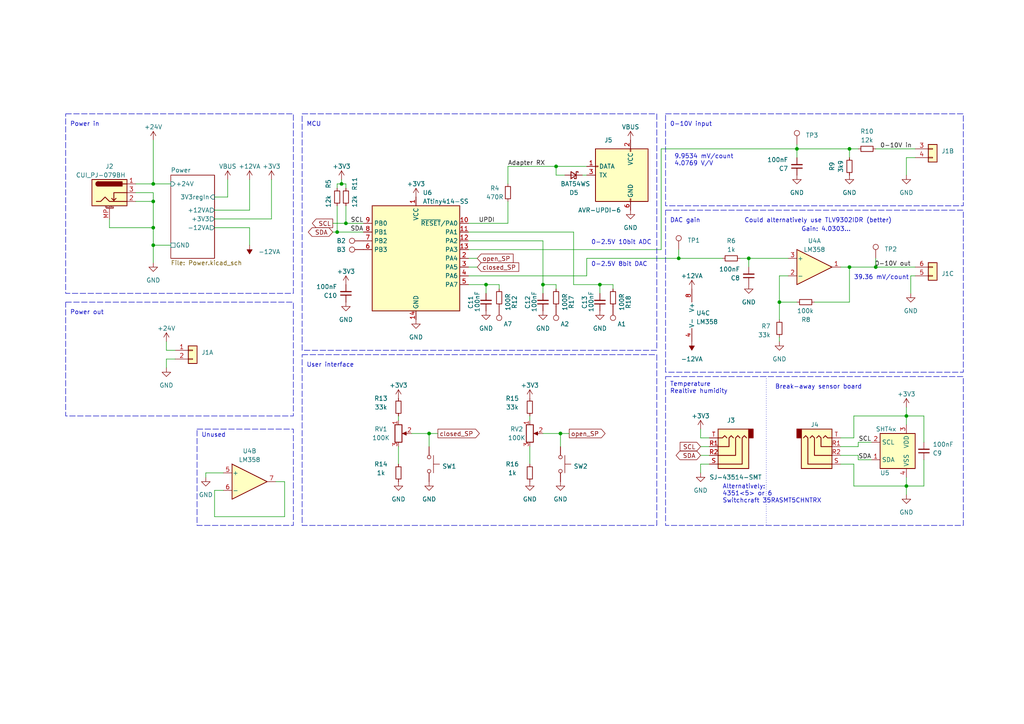
<source format=kicad_sch>
(kicad_sch (version 20230121) (generator eeschema)

  (uuid 201932c1-739b-4a93-a19c-4122cdfb0c30)

  (paper "A4")

  (lib_symbols
    (symbol "Amplifier_Operational:LM358" (pin_names (offset 0.127)) (in_bom yes) (on_board yes)
      (property "Reference" "U" (at 0 5.08 0)
        (effects (font (size 1.27 1.27)) (justify left))
      )
      (property "Value" "LM358" (at 0 -5.08 0)
        (effects (font (size 1.27 1.27)) (justify left))
      )
      (property "Footprint" "" (at 0 0 0)
        (effects (font (size 1.27 1.27)) hide)
      )
      (property "Datasheet" "http://www.ti.com/lit/ds/symlink/lm2904-n.pdf" (at 0 0 0)
        (effects (font (size 1.27 1.27)) hide)
      )
      (property "ki_locked" "" (at 0 0 0)
        (effects (font (size 1.27 1.27)))
      )
      (property "ki_keywords" "dual opamp" (at 0 0 0)
        (effects (font (size 1.27 1.27)) hide)
      )
      (property "ki_description" "Low-Power, Dual Operational Amplifiers, DIP-8/SOIC-8/TO-99-8" (at 0 0 0)
        (effects (font (size 1.27 1.27)) hide)
      )
      (property "ki_fp_filters" "SOIC*3.9x4.9mm*P1.27mm* DIP*W7.62mm* TO*99* OnSemi*Micro8* TSSOP*3x3mm*P0.65mm* TSSOP*4.4x3mm*P0.65mm* MSOP*3x3mm*P0.65mm* SSOP*3.9x4.9mm*P0.635mm* LFCSP*2x2mm*P0.5mm* *SIP* SOIC*5.3x6.2mm*P1.27mm*" (at 0 0 0)
        (effects (font (size 1.27 1.27)) hide)
      )
      (symbol "LM358_1_1"
        (polyline
          (pts
            (xy -5.08 5.08)
            (xy 5.08 0)
            (xy -5.08 -5.08)
            (xy -5.08 5.08)
          )
          (stroke (width 0.254) (type default))
          (fill (type background))
        )
        (pin output line (at 7.62 0 180) (length 2.54)
          (name "~" (effects (font (size 1.27 1.27))))
          (number "1" (effects (font (size 1.27 1.27))))
        )
        (pin input line (at -7.62 -2.54 0) (length 2.54)
          (name "-" (effects (font (size 1.27 1.27))))
          (number "2" (effects (font (size 1.27 1.27))))
        )
        (pin input line (at -7.62 2.54 0) (length 2.54)
          (name "+" (effects (font (size 1.27 1.27))))
          (number "3" (effects (font (size 1.27 1.27))))
        )
      )
      (symbol "LM358_2_1"
        (polyline
          (pts
            (xy -5.08 5.08)
            (xy 5.08 0)
            (xy -5.08 -5.08)
            (xy -5.08 5.08)
          )
          (stroke (width 0.254) (type default))
          (fill (type background))
        )
        (pin input line (at -7.62 2.54 0) (length 2.54)
          (name "+" (effects (font (size 1.27 1.27))))
          (number "5" (effects (font (size 1.27 1.27))))
        )
        (pin input line (at -7.62 -2.54 0) (length 2.54)
          (name "-" (effects (font (size 1.27 1.27))))
          (number "6" (effects (font (size 1.27 1.27))))
        )
        (pin output line (at 7.62 0 180) (length 2.54)
          (name "~" (effects (font (size 1.27 1.27))))
          (number "7" (effects (font (size 1.27 1.27))))
        )
      )
      (symbol "LM358_3_1"
        (pin power_in line (at -2.54 -7.62 90) (length 3.81)
          (name "V-" (effects (font (size 1.27 1.27))))
          (number "4" (effects (font (size 1.27 1.27))))
        )
        (pin power_in line (at -2.54 7.62 270) (length 3.81)
          (name "V+" (effects (font (size 1.27 1.27))))
          (number "8" (effects (font (size 1.27 1.27))))
        )
      )
    )
    (symbol "Conn_01x02_1" (pin_names (offset 1.016) hide) (in_bom yes) (on_board yes)
      (property "Reference" "J8" (at 2.54 -0.635 0)
        (effects (font (size 1.27 1.27)) (justify left))
      )
      (property "Value" "Wago" (at 2.54 -3.175 0)
        (effects (font (size 1.27 1.27)) (justify left))
      )
      (property "Footprint" "" (at 0 0 0)
        (effects (font (size 1.27 1.27)) hide)
      )
      (property "Datasheet" "~" (at 0 0 0)
        (effects (font (size 1.27 1.27)) hide)
      )
      (property "ki_keywords" "connector" (at 0 0 0)
        (effects (font (size 1.27 1.27)) hide)
      )
      (property "ki_description" "Generic connector, single row, 01x02, script generated (kicad-library-utils/schlib/autogen/connector/)" (at 0 0 0)
        (effects (font (size 1.27 1.27)) hide)
      )
      (property "ki_fp_filters" "Connector*:*_1x??_*" (at 0 0 0)
        (effects (font (size 1.27 1.27)) hide)
      )
      (symbol "Conn_01x02_1_1_1"
        (rectangle (start -1.27 -2.413) (end 0 -2.667)
          (stroke (width 0.1524) (type default))
          (fill (type none))
        )
        (rectangle (start -1.27 0.127) (end 0 -0.127)
          (stroke (width 0.1524) (type default))
          (fill (type none))
        )
        (rectangle (start -1.27 1.27) (end 1.27 -3.81)
          (stroke (width 0.254) (type default))
          (fill (type background))
        )
        (pin passive line (at -5.08 0 0) (length 3.81)
          (name "Pin_1" (effects (font (size 1.27 1.27))))
          (number "1" (effects (font (size 1.27 1.27))))
        )
        (pin passive line (at -5.08 -2.54 0) (length 3.81)
          (name "Pin_2" (effects (font (size 1.27 1.27))))
          (number "2" (effects (font (size 1.27 1.27))))
        )
      )
      (symbol "Conn_01x02_1_2_1"
        (rectangle (start -1.27 -2.413) (end 0 -2.667)
          (stroke (width 0.1524) (type default))
          (fill (type none))
        )
        (rectangle (start -1.27 0.127) (end 0 -0.127)
          (stroke (width 0.1524) (type default))
          (fill (type none))
        )
        (rectangle (start -1.27 1.27) (end 1.27 -3.81)
          (stroke (width 0.254) (type default))
          (fill (type background))
        )
        (pin passive line (at -5.08 0 0) (length 3.81)
          (name "Pin_3" (effects (font (size 1.27 1.27))))
          (number "3" (effects (font (size 1.27 1.27))))
        )
        (pin passive line (at -5.08 -2.54 0) (length 3.81)
          (name "Pin_4" (effects (font (size 1.27 1.27))))
          (number "4" (effects (font (size 1.27 1.27))))
        )
      )
      (symbol "Conn_01x02_1_3_1"
        (rectangle (start -1.27 -2.413) (end 0 -2.667)
          (stroke (width 0.1524) (type default))
          (fill (type none))
        )
        (rectangle (start -1.27 0.127) (end 0 -0.127)
          (stroke (width 0.1524) (type default))
          (fill (type none))
        )
        (rectangle (start -1.27 1.27) (end 1.27 -3.81)
          (stroke (width 0.254) (type default))
          (fill (type background))
        )
        (pin passive line (at -5.08 0 0) (length 3.81)
          (name "Pin_5" (effects (font (size 1.27 1.27))))
          (number "5" (effects (font (size 1.27 1.27))))
        )
        (pin passive line (at -5.08 -2.54 0) (length 3.81)
          (name "Pin_6" (effects (font (size 1.27 1.27))))
          (number "6" (effects (font (size 1.27 1.27))))
        )
      )
    )
    (symbol "Connector:AVR-UPDI-6" (pin_names (offset 1.016)) (in_bom yes) (on_board yes)
      (property "Reference" "J5" (at 5.08 10.16 0)
        (effects (font (size 1.27 1.27)) (justify right))
      )
      (property "Value" "AVR-UPDI-6" (at -12.7 -8.89 0)
        (effects (font (size 1.27 1.27)) (justify right))
      )
      (property "Footprint" "" (at 6.35 -1.27 90)
        (effects (font (size 1.27 1.27)) hide)
      )
      (property "Datasheet" "https://www.microchip.com/webdoc/GUID-9D10622A-5C16-4405-B092-1BDD437B4976/index.html?GUID-9B349315-2842-4189-B88C-49F4E1055D7F" (at 32.385 -13.97 0)
        (effects (font (size 1.27 1.27)) hide)
      )
      (property "ki_keywords" "AVR UPDI Connector" (at 0 0 0)
        (effects (font (size 1.27 1.27)) hide)
      )
      (property "ki_description" "Atmel 6-pin UPDI connector" (at 0 0 0)
        (effects (font (size 1.27 1.27)) hide)
      )
      (property "ki_fp_filters" "IDC?Header*2x03* Pin?Header*2x03*" (at 0 0 0)
        (effects (font (size 1.27 1.27)) hide)
      )
      (symbol "AVR-UPDI-6_0_1"
        (rectangle (start -7.62 7.62) (end 7.62 -7.62)
          (stroke (width 0.254) (type default))
          (fill (type background))
        )
        (rectangle (start -2.667 -6.858) (end -2.413 -7.62)
          (stroke (width 0) (type default))
          (fill (type none))
        )
        (rectangle (start -2.667 7.62) (end -2.413 6.858)
          (stroke (width 0) (type default))
          (fill (type none))
        )
        (rectangle (start 7.62 2.667) (end 6.858 2.413)
          (stroke (width 0) (type default))
          (fill (type none))
        )
      )
      (symbol "AVR-UPDI-6_1_1"
        (pin passive line (at 10.16 2.54 180) (length 2.54)
          (name "DATA" (effects (font (size 1.27 1.27))))
          (number "1" (effects (font (size 1.27 1.27))))
        )
        (pin passive line (at -2.54 10.16 270) (length 2.54)
          (name "VCC" (effects (font (size 1.27 1.27))))
          (number "2" (effects (font (size 1.27 1.27))))
        )
        (pin passive line (at 10.16 0 180) (length 2.54)
          (name "TX" (effects (font (size 1.27 1.27))))
          (number "3" (effects (font (size 1.27 1.27))))
        )
        (pin no_connect line (at 7.62 -2.54 180) (length 2.54) hide
          (name "NC" (effects (font (size 1.27 1.27))))
          (number "4" (effects (font (size 1.27 1.27))))
        )
        (pin no_connect line (at 7.62 -5.08 180) (length 2.54) hide
          (name "NC" (effects (font (size 1.27 1.27))))
          (number "5" (effects (font (size 1.27 1.27))))
        )
        (pin passive line (at -2.54 -10.16 90) (length 2.54)
          (name "GND" (effects (font (size 1.27 1.27))))
          (number "6" (effects (font (size 1.27 1.27))))
        )
      )
    )
    (symbol "Connector:Barrel_Jack_Switch_MountingPin" (pin_names hide) (in_bom yes) (on_board yes)
      (property "Reference" "J" (at 0 5.334 0)
        (effects (font (size 1.27 1.27)))
      )
      (property "Value" "Barrel_Jack_Switch_MountingPin" (at 1.27 -6.35 0)
        (effects (font (size 1.27 1.27)) (justify left))
      )
      (property "Footprint" "" (at 1.27 -1.016 0)
        (effects (font (size 1.27 1.27)) hide)
      )
      (property "Datasheet" "~" (at 1.27 -1.016 0)
        (effects (font (size 1.27 1.27)) hide)
      )
      (property "ki_keywords" "DC power barrel jack connector" (at 0 0 0)
        (effects (font (size 1.27 1.27)) hide)
      )
      (property "ki_description" "DC Barrel Jack with an internal switch and a mounting pin" (at 0 0 0)
        (effects (font (size 1.27 1.27)) hide)
      )
      (property "ki_fp_filters" "BarrelJack*" (at 0 0 0)
        (effects (font (size 1.27 1.27)) hide)
      )
      (symbol "Barrel_Jack_Switch_MountingPin_0_1"
        (rectangle (start -5.08 3.81) (end 5.08 -3.81)
          (stroke (width 0.254) (type default))
          (fill (type background))
        )
        (arc (start -3.302 3.175) (mid -3.9343 2.54) (end -3.302 1.905)
          (stroke (width 0.254) (type default))
          (fill (type none))
        )
        (arc (start -3.302 3.175) (mid -3.9343 2.54) (end -3.302 1.905)
          (stroke (width 0.254) (type default))
          (fill (type outline))
        )
        (polyline
          (pts
            (xy 1.27 -2.286)
            (xy 1.905 -1.651)
          )
          (stroke (width 0.254) (type default))
          (fill (type none))
        )
        (polyline
          (pts
            (xy 5.08 2.54)
            (xy 3.81 2.54)
          )
          (stroke (width 0.254) (type default))
          (fill (type none))
        )
        (polyline
          (pts
            (xy 5.08 0)
            (xy 1.27 0)
            (xy 1.27 -2.286)
            (xy 0.635 -1.651)
          )
          (stroke (width 0.254) (type default))
          (fill (type none))
        )
        (polyline
          (pts
            (xy -3.81 -2.54)
            (xy -2.54 -2.54)
            (xy -1.27 -1.27)
            (xy 0 -2.54)
            (xy 2.54 -2.54)
            (xy 5.08 -2.54)
          )
          (stroke (width 0.254) (type default))
          (fill (type none))
        )
        (rectangle (start 3.683 3.175) (end -3.302 1.905)
          (stroke (width 0.254) (type default))
          (fill (type outline))
        )
      )
      (symbol "Barrel_Jack_Switch_MountingPin_1_1"
        (polyline
          (pts
            (xy -1.016 -4.572)
            (xy 1.016 -4.572)
          )
          (stroke (width 0.1524) (type default))
          (fill (type none))
        )
        (text "Mounting" (at 0 -4.191 0)
          (effects (font (size 0.381 0.381)))
        )
        (pin passive line (at 7.62 2.54 180) (length 2.54)
          (name "~" (effects (font (size 1.27 1.27))))
          (number "1" (effects (font (size 1.27 1.27))))
        )
        (pin passive line (at 7.62 -2.54 180) (length 2.54)
          (name "~" (effects (font (size 1.27 1.27))))
          (number "2" (effects (font (size 1.27 1.27))))
        )
        (pin passive line (at 7.62 0 180) (length 2.54)
          (name "~" (effects (font (size 1.27 1.27))))
          (number "3" (effects (font (size 1.27 1.27))))
        )
        (pin passive line (at 0 -7.62 90) (length 3.048)
          (name "MountPin" (effects (font (size 1.27 1.27))))
          (number "MP" (effects (font (size 1.27 1.27))))
        )
      )
    )
    (symbol "Connector:TestPoint" (pin_numbers hide) (pin_names (offset 0.762) hide) (in_bom yes) (on_board yes)
      (property "Reference" "TP" (at 0 6.858 0)
        (effects (font (size 1.27 1.27)))
      )
      (property "Value" "TestPoint" (at 0 5.08 0)
        (effects (font (size 1.27 1.27)))
      )
      (property "Footprint" "" (at 5.08 0 0)
        (effects (font (size 1.27 1.27)) hide)
      )
      (property "Datasheet" "~" (at 5.08 0 0)
        (effects (font (size 1.27 1.27)) hide)
      )
      (property "ki_keywords" "test point tp" (at 0 0 0)
        (effects (font (size 1.27 1.27)) hide)
      )
      (property "ki_description" "test point" (at 0 0 0)
        (effects (font (size 1.27 1.27)) hide)
      )
      (property "ki_fp_filters" "Pin* Test*" (at 0 0 0)
        (effects (font (size 1.27 1.27)) hide)
      )
      (symbol "TestPoint_0_1"
        (circle (center 0 3.302) (radius 0.762)
          (stroke (width 0) (type default))
          (fill (type none))
        )
      )
      (symbol "TestPoint_1_1"
        (pin passive line (at 0 0 90) (length 2.54)
          (name "1" (effects (font (size 1.27 1.27))))
          (number "1" (effects (font (size 1.27 1.27))))
        )
      )
    )
    (symbol "Connector_Audio:AudioJack4" (in_bom yes) (on_board yes)
      (property "Reference" "J" (at 0 8.89 0)
        (effects (font (size 1.27 1.27)))
      )
      (property "Value" "AudioJack4" (at 0 6.35 0)
        (effects (font (size 1.27 1.27)))
      )
      (property "Footprint" "" (at 0 0 0)
        (effects (font (size 1.27 1.27)) hide)
      )
      (property "Datasheet" "~" (at 0 0 0)
        (effects (font (size 1.27 1.27)) hide)
      )
      (property "ki_keywords" "audio jack receptacle stereo headphones TRRS connector" (at 0 0 0)
        (effects (font (size 1.27 1.27)) hide)
      )
      (property "ki_description" "Audio Jack, 4 Poles (TRRS)" (at 0 0 0)
        (effects (font (size 1.27 1.27)) hide)
      )
      (property "ki_fp_filters" "Jack*" (at 0 0 0)
        (effects (font (size 1.27 1.27)) hide)
      )
      (symbol "AudioJack4_0_1"
        (rectangle (start -6.35 -5.08) (end -7.62 -7.62)
          (stroke (width 0.254) (type default))
          (fill (type outline))
        )
        (polyline
          (pts
            (xy 0 -5.08)
            (xy 0.635 -5.715)
            (xy 1.27 -5.08)
            (xy 2.54 -5.08)
          )
          (stroke (width 0.254) (type default))
          (fill (type none))
        )
        (polyline
          (pts
            (xy -5.715 -5.08)
            (xy -5.08 -5.715)
            (xy -4.445 -5.08)
            (xy -4.445 2.54)
            (xy 2.54 2.54)
          )
          (stroke (width 0.254) (type default))
          (fill (type none))
        )
        (polyline
          (pts
            (xy -1.905 -5.08)
            (xy -1.27 -5.715)
            (xy -0.635 -5.08)
            (xy -0.635 -2.54)
            (xy 2.54 -2.54)
          )
          (stroke (width 0.254) (type default))
          (fill (type none))
        )
        (polyline
          (pts
            (xy 2.54 0)
            (xy -2.54 0)
            (xy -2.54 -5.08)
            (xy -3.175 -5.715)
            (xy -3.81 -5.08)
          )
          (stroke (width 0.254) (type default))
          (fill (type none))
        )
        (rectangle (start 2.54 3.81) (end -6.35 -7.62)
          (stroke (width 0.254) (type default))
          (fill (type background))
        )
      )
      (symbol "AudioJack4_1_1"
        (pin passive line (at 5.08 -2.54 180) (length 2.54)
          (name "~" (effects (font (size 1.27 1.27))))
          (number "R1" (effects (font (size 1.27 1.27))))
        )
        (pin passive line (at 5.08 0 180) (length 2.54)
          (name "~" (effects (font (size 1.27 1.27))))
          (number "R2" (effects (font (size 1.27 1.27))))
        )
        (pin passive line (at 5.08 2.54 180) (length 2.54)
          (name "~" (effects (font (size 1.27 1.27))))
          (number "S" (effects (font (size 1.27 1.27))))
        )
        (pin passive line (at 5.08 -5.08 180) (length 2.54)
          (name "~" (effects (font (size 1.27 1.27))))
          (number "T" (effects (font (size 1.27 1.27))))
        )
      )
    )
    (symbol "Device:C_Small" (pin_numbers hide) (pin_names (offset 0.254) hide) (in_bom yes) (on_board yes)
      (property "Reference" "C" (at 0.254 1.778 0)
        (effects (font (size 1.27 1.27)) (justify left))
      )
      (property "Value" "C_Small" (at 0.254 -2.032 0)
        (effects (font (size 1.27 1.27)) (justify left))
      )
      (property "Footprint" "" (at 0 0 0)
        (effects (font (size 1.27 1.27)) hide)
      )
      (property "Datasheet" "~" (at 0 0 0)
        (effects (font (size 1.27 1.27)) hide)
      )
      (property "ki_keywords" "capacitor cap" (at 0 0 0)
        (effects (font (size 1.27 1.27)) hide)
      )
      (property "ki_description" "Unpolarized capacitor, small symbol" (at 0 0 0)
        (effects (font (size 1.27 1.27)) hide)
      )
      (property "ki_fp_filters" "C_*" (at 0 0 0)
        (effects (font (size 1.27 1.27)) hide)
      )
      (symbol "C_Small_0_1"
        (polyline
          (pts
            (xy -1.524 -0.508)
            (xy 1.524 -0.508)
          )
          (stroke (width 0.3302) (type default))
          (fill (type none))
        )
        (polyline
          (pts
            (xy -1.524 0.508)
            (xy 1.524 0.508)
          )
          (stroke (width 0.3048) (type default))
          (fill (type none))
        )
      )
      (symbol "C_Small_1_1"
        (pin passive line (at 0 2.54 270) (length 2.032)
          (name "~" (effects (font (size 1.27 1.27))))
          (number "1" (effects (font (size 1.27 1.27))))
        )
        (pin passive line (at 0 -2.54 90) (length 2.032)
          (name "~" (effects (font (size 1.27 1.27))))
          (number "2" (effects (font (size 1.27 1.27))))
        )
      )
    )
    (symbol "Device:D_Schottky_Small" (pin_numbers hide) (pin_names (offset 0.254) hide) (in_bom yes) (on_board yes)
      (property "Reference" "D" (at -1.27 2.032 0)
        (effects (font (size 1.27 1.27)) (justify left))
      )
      (property "Value" "D_Schottky_Small" (at -7.112 -2.032 0)
        (effects (font (size 1.27 1.27)) (justify left))
      )
      (property "Footprint" "" (at 0 0 90)
        (effects (font (size 1.27 1.27)) hide)
      )
      (property "Datasheet" "~" (at 0 0 90)
        (effects (font (size 1.27 1.27)) hide)
      )
      (property "ki_keywords" "diode Schottky" (at 0 0 0)
        (effects (font (size 1.27 1.27)) hide)
      )
      (property "ki_description" "Schottky diode, small symbol" (at 0 0 0)
        (effects (font (size 1.27 1.27)) hide)
      )
      (property "ki_fp_filters" "TO-???* *_Diode_* *SingleDiode* D_*" (at 0 0 0)
        (effects (font (size 1.27 1.27)) hide)
      )
      (symbol "D_Schottky_Small_0_1"
        (polyline
          (pts
            (xy -0.762 0)
            (xy 0.762 0)
          )
          (stroke (width 0) (type default))
          (fill (type none))
        )
        (polyline
          (pts
            (xy 0.762 -1.016)
            (xy -0.762 0)
            (xy 0.762 1.016)
            (xy 0.762 -1.016)
          )
          (stroke (width 0.254) (type default))
          (fill (type none))
        )
        (polyline
          (pts
            (xy -1.27 0.762)
            (xy -1.27 1.016)
            (xy -0.762 1.016)
            (xy -0.762 -1.016)
            (xy -0.254 -1.016)
            (xy -0.254 -0.762)
          )
          (stroke (width 0.254) (type default))
          (fill (type none))
        )
      )
      (symbol "D_Schottky_Small_1_1"
        (pin passive line (at -2.54 0 0) (length 1.778)
          (name "K" (effects (font (size 1.27 1.27))))
          (number "1" (effects (font (size 1.27 1.27))))
        )
        (pin passive line (at 2.54 0 180) (length 1.778)
          (name "A" (effects (font (size 1.27 1.27))))
          (number "2" (effects (font (size 1.27 1.27))))
        )
      )
    )
    (symbol "Device:R_Potentiometer" (pin_names (offset 1.016) hide) (in_bom yes) (on_board yes)
      (property "Reference" "RV" (at -4.445 0 90)
        (effects (font (size 1.27 1.27)))
      )
      (property "Value" "R_Potentiometer" (at -2.54 0 90)
        (effects (font (size 1.27 1.27)))
      )
      (property "Footprint" "" (at 0 0 0)
        (effects (font (size 1.27 1.27)) hide)
      )
      (property "Datasheet" "~" (at 0 0 0)
        (effects (font (size 1.27 1.27)) hide)
      )
      (property "ki_keywords" "resistor variable" (at 0 0 0)
        (effects (font (size 1.27 1.27)) hide)
      )
      (property "ki_description" "Potentiometer" (at 0 0 0)
        (effects (font (size 1.27 1.27)) hide)
      )
      (property "ki_fp_filters" "Potentiometer*" (at 0 0 0)
        (effects (font (size 1.27 1.27)) hide)
      )
      (symbol "R_Potentiometer_0_1"
        (polyline
          (pts
            (xy 2.54 0)
            (xy 1.524 0)
          )
          (stroke (width 0) (type default))
          (fill (type none))
        )
        (polyline
          (pts
            (xy 1.143 0)
            (xy 2.286 0.508)
            (xy 2.286 -0.508)
            (xy 1.143 0)
          )
          (stroke (width 0) (type default))
          (fill (type outline))
        )
        (rectangle (start 1.016 2.54) (end -1.016 -2.54)
          (stroke (width 0.254) (type default))
          (fill (type none))
        )
      )
      (symbol "R_Potentiometer_1_1"
        (pin passive line (at 0 3.81 270) (length 1.27)
          (name "1" (effects (font (size 1.27 1.27))))
          (number "1" (effects (font (size 1.27 1.27))))
        )
        (pin passive line (at 3.81 0 180) (length 1.27)
          (name "2" (effects (font (size 1.27 1.27))))
          (number "2" (effects (font (size 1.27 1.27))))
        )
        (pin passive line (at 0 -3.81 90) (length 1.27)
          (name "3" (effects (font (size 1.27 1.27))))
          (number "3" (effects (font (size 1.27 1.27))))
        )
      )
    )
    (symbol "Device:R_Small" (pin_numbers hide) (pin_names (offset 0.254) hide) (in_bom yes) (on_board yes)
      (property "Reference" "R" (at 0.762 0.508 0)
        (effects (font (size 1.27 1.27)) (justify left))
      )
      (property "Value" "R_Small" (at 0.762 -1.016 0)
        (effects (font (size 1.27 1.27)) (justify left))
      )
      (property "Footprint" "" (at 0 0 0)
        (effects (font (size 1.27 1.27)) hide)
      )
      (property "Datasheet" "~" (at 0 0 0)
        (effects (font (size 1.27 1.27)) hide)
      )
      (property "ki_keywords" "R resistor" (at 0 0 0)
        (effects (font (size 1.27 1.27)) hide)
      )
      (property "ki_description" "Resistor, small symbol" (at 0 0 0)
        (effects (font (size 1.27 1.27)) hide)
      )
      (property "ki_fp_filters" "R_*" (at 0 0 0)
        (effects (font (size 1.27 1.27)) hide)
      )
      (symbol "R_Small_0_1"
        (rectangle (start -0.762 1.778) (end 0.762 -1.778)
          (stroke (width 0.2032) (type default))
          (fill (type none))
        )
      )
      (symbol "R_Small_1_1"
        (pin passive line (at 0 2.54 270) (length 0.762)
          (name "~" (effects (font (size 1.27 1.27))))
          (number "1" (effects (font (size 1.27 1.27))))
        )
        (pin passive line (at 0 -2.54 90) (length 0.762)
          (name "~" (effects (font (size 1.27 1.27))))
          (number "2" (effects (font (size 1.27 1.27))))
        )
      )
    )
    (symbol "MCU_Microchip_ATtiny:ATtiny414-SS" (in_bom yes) (on_board yes)
      (property "Reference" "U" (at -12.7 16.51 0)
        (effects (font (size 1.27 1.27)) (justify left bottom))
      )
      (property "Value" "ATtiny414-SS" (at 2.54 -16.51 0)
        (effects (font (size 1.27 1.27)) (justify left top))
      )
      (property "Footprint" "Package_SO:SOIC-14_3.9x8.7mm_P1.27mm" (at 0 0 0)
        (effects (font (size 1.27 1.27) italic) hide)
      )
      (property "Datasheet" "http://ww1.microchip.com/downloads/en/DeviceDoc/40001912A.pdf" (at 0 0 0)
        (effects (font (size 1.27 1.27)) hide)
      )
      (property "ki_keywords" "AVR 8bit Microcontroller tinyAVR" (at 0 0 0)
        (effects (font (size 1.27 1.27)) hide)
      )
      (property "ki_description" "20MHz, 4kB Flash, 256B SRAM, 128B EEPROM, SOIC-14" (at 0 0 0)
        (effects (font (size 1.27 1.27)) hide)
      )
      (property "ki_fp_filters" "SOIC*3.9x8.7mm*P1.27mm*" (at 0 0 0)
        (effects (font (size 1.27 1.27)) hide)
      )
      (symbol "ATtiny414-SS_0_1"
        (rectangle (start -12.7 -15.24) (end 12.7 15.24)
          (stroke (width 0.254) (type default))
          (fill (type background))
        )
      )
      (symbol "ATtiny414-SS_1_1"
        (pin power_in line (at 0 17.78 270) (length 2.54)
          (name "VCC" (effects (font (size 1.27 1.27))))
          (number "1" (effects (font (size 1.27 1.27))))
        )
        (pin bidirectional line (at 15.24 10.16 180) (length 2.54)
          (name "~{RESET}/PA0" (effects (font (size 1.27 1.27))))
          (number "10" (effects (font (size 1.27 1.27))))
        )
        (pin bidirectional line (at 15.24 7.62 180) (length 2.54)
          (name "PA1" (effects (font (size 1.27 1.27))))
          (number "11" (effects (font (size 1.27 1.27))))
        )
        (pin bidirectional line (at 15.24 5.08 180) (length 2.54)
          (name "PA2" (effects (font (size 1.27 1.27))))
          (number "12" (effects (font (size 1.27 1.27))))
        )
        (pin bidirectional line (at 15.24 2.54 180) (length 2.54)
          (name "PA3" (effects (font (size 1.27 1.27))))
          (number "13" (effects (font (size 1.27 1.27))))
        )
        (pin power_in line (at 0 -17.78 90) (length 2.54)
          (name "GND" (effects (font (size 1.27 1.27))))
          (number "14" (effects (font (size 1.27 1.27))))
        )
        (pin bidirectional line (at 15.24 0 180) (length 2.54)
          (name "PA4" (effects (font (size 1.27 1.27))))
          (number "2" (effects (font (size 1.27 1.27))))
        )
        (pin bidirectional line (at 15.24 -2.54 180) (length 2.54)
          (name "PA5" (effects (font (size 1.27 1.27))))
          (number "3" (effects (font (size 1.27 1.27))))
        )
        (pin bidirectional line (at 15.24 -5.08 180) (length 2.54)
          (name "PA6" (effects (font (size 1.27 1.27))))
          (number "4" (effects (font (size 1.27 1.27))))
        )
        (pin bidirectional line (at 15.24 -7.62 180) (length 2.54)
          (name "PA7" (effects (font (size 1.27 1.27))))
          (number "5" (effects (font (size 1.27 1.27))))
        )
        (pin bidirectional line (at -15.24 2.54 0) (length 2.54)
          (name "PB3" (effects (font (size 1.27 1.27))))
          (number "6" (effects (font (size 1.27 1.27))))
        )
        (pin bidirectional line (at -15.24 5.08 0) (length 2.54)
          (name "PB2" (effects (font (size 1.27 1.27))))
          (number "7" (effects (font (size 1.27 1.27))))
        )
        (pin bidirectional line (at -15.24 7.62 0) (length 2.54)
          (name "PB1" (effects (font (size 1.27 1.27))))
          (number "8" (effects (font (size 1.27 1.27))))
        )
        (pin bidirectional line (at -15.24 10.16 0) (length 2.54)
          (name "PB0" (effects (font (size 1.27 1.27))))
          (number "9" (effects (font (size 1.27 1.27))))
        )
      )
    )
    (symbol "Sensor_Humidity:SHT4x" (in_bom yes) (on_board yes)
      (property "Reference" "U" (at 0 8.89 0)
        (effects (font (size 1.27 1.27)) (justify right))
      )
      (property "Value" "SHT4x" (at 0 6.35 0)
        (effects (font (size 1.27 1.27)) (justify right))
      )
      (property "Footprint" "Sensor_Humidity:Sensirion_DFN-4_1.5x1.5mm_P0.8mm_SHT4x_NoCentralPad" (at 3.81 -6.35 0)
        (effects (font (size 1.27 1.27)) (justify left) hide)
      )
      (property "Datasheet" "https://sensirion.com/media/documents/33FD6951/624C4357/Datasheet_SHT4x.pdf" (at 3.81 -8.89 0)
        (effects (font (size 1.27 1.27)) (justify left) hide)
      )
      (property "ki_keywords" "Sensirion environment environmental measurement digital SHT40 SHT41 SHT45" (at 0 0 0)
        (effects (font (size 1.27 1.27)) hide)
      )
      (property "ki_description" "Digital Humidity and Temperature Sensor, +/-1%RH, +/-0.1degC, I2C, 1.08-3.6V, 16bit, DFN-4" (at 0 0 0)
        (effects (font (size 1.27 1.27)) hide)
      )
      (property "ki_fp_filters" "Sensirion?DFN*1.5x1.5mm*P0.8mm*SHT4x*" (at 0 0 0)
        (effects (font (size 1.27 1.27)) hide)
      )
      (symbol "SHT4x_1_1"
        (rectangle (start -5.08 5.08) (end 5.08 -5.08)
          (stroke (width 0.254) (type default))
          (fill (type background))
        )
        (pin bidirectional line (at -7.62 -2.54 0) (length 2.54)
          (name "SDA" (effects (font (size 1.27 1.27))))
          (number "1" (effects (font (size 1.27 1.27))))
        )
        (pin input line (at -7.62 2.54 0) (length 2.54)
          (name "SCL" (effects (font (size 1.27 1.27))))
          (number "2" (effects (font (size 1.27 1.27))))
        )
        (pin power_in line (at 2.54 7.62 270) (length 2.54)
          (name "VDD" (effects (font (size 1.27 1.27))))
          (number "3" (effects (font (size 1.27 1.27))))
        )
        (pin power_in line (at 2.54 -7.62 90) (length 2.54)
          (name "VSS" (effects (font (size 1.27 1.27))))
          (number "4" (effects (font (size 1.27 1.27))))
        )
      )
    )
    (symbol "Switch:SW_Push" (pin_numbers hide) (pin_names (offset 1.016) hide) (in_bom yes) (on_board yes)
      (property "Reference" "SW" (at 1.27 2.54 0)
        (effects (font (size 1.27 1.27)) (justify left))
      )
      (property "Value" "SW_Push" (at 0 -1.524 0)
        (effects (font (size 1.27 1.27)))
      )
      (property "Footprint" "" (at 0 5.08 0)
        (effects (font (size 1.27 1.27)) hide)
      )
      (property "Datasheet" "~" (at 0 5.08 0)
        (effects (font (size 1.27 1.27)) hide)
      )
      (property "ki_keywords" "switch normally-open pushbutton push-button" (at 0 0 0)
        (effects (font (size 1.27 1.27)) hide)
      )
      (property "ki_description" "Push button switch, generic, two pins" (at 0 0 0)
        (effects (font (size 1.27 1.27)) hide)
      )
      (symbol "SW_Push_0_1"
        (circle (center -2.032 0) (radius 0.508)
          (stroke (width 0) (type default))
          (fill (type none))
        )
        (polyline
          (pts
            (xy 0 1.27)
            (xy 0 3.048)
          )
          (stroke (width 0) (type default))
          (fill (type none))
        )
        (polyline
          (pts
            (xy 2.54 1.27)
            (xy -2.54 1.27)
          )
          (stroke (width 0) (type default))
          (fill (type none))
        )
        (circle (center 2.032 0) (radius 0.508)
          (stroke (width 0) (type default))
          (fill (type none))
        )
        (pin passive line (at -5.08 0 0) (length 2.54)
          (name "1" (effects (font (size 1.27 1.27))))
          (number "1" (effects (font (size 1.27 1.27))))
        )
        (pin passive line (at 5.08 0 180) (length 2.54)
          (name "2" (effects (font (size 1.27 1.27))))
          (number "2" (effects (font (size 1.27 1.27))))
        )
      )
    )
    (symbol "power:+12VA" (power) (pin_names (offset 0)) (in_bom yes) (on_board yes)
      (property "Reference" "#PWR" (at 0 -3.81 0)
        (effects (font (size 1.27 1.27)) hide)
      )
      (property "Value" "+12VA" (at 0 3.556 0)
        (effects (font (size 1.27 1.27)))
      )
      (property "Footprint" "" (at 0 0 0)
        (effects (font (size 1.27 1.27)) hide)
      )
      (property "Datasheet" "" (at 0 0 0)
        (effects (font (size 1.27 1.27)) hide)
      )
      (property "ki_keywords" "global power" (at 0 0 0)
        (effects (font (size 1.27 1.27)) hide)
      )
      (property "ki_description" "Power symbol creates a global label with name \"+12VA\"" (at 0 0 0)
        (effects (font (size 1.27 1.27)) hide)
      )
      (symbol "+12VA_0_1"
        (polyline
          (pts
            (xy -0.762 1.27)
            (xy 0 2.54)
          )
          (stroke (width 0) (type default))
          (fill (type none))
        )
        (polyline
          (pts
            (xy 0 0)
            (xy 0 2.54)
          )
          (stroke (width 0) (type default))
          (fill (type none))
        )
        (polyline
          (pts
            (xy 0 2.54)
            (xy 0.762 1.27)
          )
          (stroke (width 0) (type default))
          (fill (type none))
        )
      )
      (symbol "+12VA_1_1"
        (pin power_in line (at 0 0 90) (length 0) hide
          (name "+12VA" (effects (font (size 1.27 1.27))))
          (number "1" (effects (font (size 1.27 1.27))))
        )
      )
    )
    (symbol "power:+24V" (power) (pin_names (offset 0)) (in_bom yes) (on_board yes)
      (property "Reference" "#PWR" (at 0 -3.81 0)
        (effects (font (size 1.27 1.27)) hide)
      )
      (property "Value" "+24V" (at 0 3.556 0)
        (effects (font (size 1.27 1.27)))
      )
      (property "Footprint" "" (at 0 0 0)
        (effects (font (size 1.27 1.27)) hide)
      )
      (property "Datasheet" "" (at 0 0 0)
        (effects (font (size 1.27 1.27)) hide)
      )
      (property "ki_keywords" "global power" (at 0 0 0)
        (effects (font (size 1.27 1.27)) hide)
      )
      (property "ki_description" "Power symbol creates a global label with name \"+24V\"" (at 0 0 0)
        (effects (font (size 1.27 1.27)) hide)
      )
      (symbol "+24V_0_1"
        (polyline
          (pts
            (xy -0.762 1.27)
            (xy 0 2.54)
          )
          (stroke (width 0) (type default))
          (fill (type none))
        )
        (polyline
          (pts
            (xy 0 0)
            (xy 0 2.54)
          )
          (stroke (width 0) (type default))
          (fill (type none))
        )
        (polyline
          (pts
            (xy 0 2.54)
            (xy 0.762 1.27)
          )
          (stroke (width 0) (type default))
          (fill (type none))
        )
      )
      (symbol "+24V_1_1"
        (pin power_in line (at 0 0 90) (length 0) hide
          (name "+24V" (effects (font (size 1.27 1.27))))
          (number "1" (effects (font (size 1.27 1.27))))
        )
      )
    )
    (symbol "power:+3V3" (power) (pin_names (offset 0)) (in_bom yes) (on_board yes)
      (property "Reference" "#PWR" (at 0 -3.81 0)
        (effects (font (size 1.27 1.27)) hide)
      )
      (property "Value" "+3V3" (at 0 3.556 0)
        (effects (font (size 1.27 1.27)))
      )
      (property "Footprint" "" (at 0 0 0)
        (effects (font (size 1.27 1.27)) hide)
      )
      (property "Datasheet" "" (at 0 0 0)
        (effects (font (size 1.27 1.27)) hide)
      )
      (property "ki_keywords" "global power" (at 0 0 0)
        (effects (font (size 1.27 1.27)) hide)
      )
      (property "ki_description" "Power symbol creates a global label with name \"+3V3\"" (at 0 0 0)
        (effects (font (size 1.27 1.27)) hide)
      )
      (symbol "+3V3_0_1"
        (polyline
          (pts
            (xy -0.762 1.27)
            (xy 0 2.54)
          )
          (stroke (width 0) (type default))
          (fill (type none))
        )
        (polyline
          (pts
            (xy 0 0)
            (xy 0 2.54)
          )
          (stroke (width 0) (type default))
          (fill (type none))
        )
        (polyline
          (pts
            (xy 0 2.54)
            (xy 0.762 1.27)
          )
          (stroke (width 0) (type default))
          (fill (type none))
        )
      )
      (symbol "+3V3_1_1"
        (pin power_in line (at 0 0 90) (length 0) hide
          (name "+3V3" (effects (font (size 1.27 1.27))))
          (number "1" (effects (font (size 1.27 1.27))))
        )
      )
    )
    (symbol "power:-12VA" (power) (pin_names (offset 0)) (in_bom yes) (on_board yes)
      (property "Reference" "#PWR" (at 0 -3.81 0)
        (effects (font (size 1.27 1.27)) hide)
      )
      (property "Value" "-12VA" (at 0 3.556 0)
        (effects (font (size 1.27 1.27)))
      )
      (property "Footprint" "" (at 0 0 0)
        (effects (font (size 1.27 1.27)) hide)
      )
      (property "Datasheet" "" (at 0 0 0)
        (effects (font (size 1.27 1.27)) hide)
      )
      (property "ki_keywords" "global power" (at 0 0 0)
        (effects (font (size 1.27 1.27)) hide)
      )
      (property "ki_description" "Power symbol creates a global label with name \"-12VA\"" (at 0 0 0)
        (effects (font (size 1.27 1.27)) hide)
      )
      (symbol "-12VA_0_0"
        (pin power_in line (at 0 0 90) (length 0) hide
          (name "-12VA" (effects (font (size 1.27 1.27))))
          (number "1" (effects (font (size 1.27 1.27))))
        )
      )
      (symbol "-12VA_0_1"
        (polyline
          (pts
            (xy 0 0)
            (xy 0 1.27)
            (xy 0.762 1.27)
            (xy 0 2.54)
            (xy -0.762 1.27)
            (xy 0 1.27)
          )
          (stroke (width 0) (type default))
          (fill (type outline))
        )
      )
    )
    (symbol "power:GND" (power) (pin_names (offset 0)) (in_bom yes) (on_board yes)
      (property "Reference" "#PWR" (at 0 -6.35 0)
        (effects (font (size 1.27 1.27)) hide)
      )
      (property "Value" "GND" (at 0 -3.81 0)
        (effects (font (size 1.27 1.27)))
      )
      (property "Footprint" "" (at 0 0 0)
        (effects (font (size 1.27 1.27)) hide)
      )
      (property "Datasheet" "" (at 0 0 0)
        (effects (font (size 1.27 1.27)) hide)
      )
      (property "ki_keywords" "global power" (at 0 0 0)
        (effects (font (size 1.27 1.27)) hide)
      )
      (property "ki_description" "Power symbol creates a global label with name \"GND\" , ground" (at 0 0 0)
        (effects (font (size 1.27 1.27)) hide)
      )
      (symbol "GND_0_1"
        (polyline
          (pts
            (xy 0 0)
            (xy 0 -1.27)
            (xy 1.27 -1.27)
            (xy 0 -2.54)
            (xy -1.27 -1.27)
            (xy 0 -1.27)
          )
          (stroke (width 0) (type default))
          (fill (type none))
        )
      )
      (symbol "GND_1_1"
        (pin power_in line (at 0 0 270) (length 0) hide
          (name "GND" (effects (font (size 1.27 1.27))))
          (number "1" (effects (font (size 1.27 1.27))))
        )
      )
    )
    (symbol "power:VBUS" (power) (pin_names (offset 0)) (in_bom yes) (on_board yes)
      (property "Reference" "#PWR" (at 0 -3.81 0)
        (effects (font (size 1.27 1.27)) hide)
      )
      (property "Value" "VBUS" (at 0 3.81 0)
        (effects (font (size 1.27 1.27)))
      )
      (property "Footprint" "" (at 0 0 0)
        (effects (font (size 1.27 1.27)) hide)
      )
      (property "Datasheet" "" (at 0 0 0)
        (effects (font (size 1.27 1.27)) hide)
      )
      (property "ki_keywords" "global power" (at 0 0 0)
        (effects (font (size 1.27 1.27)) hide)
      )
      (property "ki_description" "Power symbol creates a global label with name \"VBUS\"" (at 0 0 0)
        (effects (font (size 1.27 1.27)) hide)
      )
      (symbol "VBUS_0_1"
        (polyline
          (pts
            (xy -0.762 1.27)
            (xy 0 2.54)
          )
          (stroke (width 0) (type default))
          (fill (type none))
        )
        (polyline
          (pts
            (xy 0 0)
            (xy 0 2.54)
          )
          (stroke (width 0) (type default))
          (fill (type none))
        )
        (polyline
          (pts
            (xy 0 2.54)
            (xy 0.762 1.27)
          )
          (stroke (width 0) (type default))
          (fill (type none))
        )
      )
      (symbol "VBUS_1_1"
        (pin power_in line (at 0 0 90) (length 0) hide
          (name "VBUS" (effects (font (size 1.27 1.27))))
          (number "1" (effects (font (size 1.27 1.27))))
        )
      )
    )
  )

  (junction (at 196.85 74.93) (diameter 0) (color 0 0 0 0)
    (uuid 03312237-54cc-4fbd-9ca5-104ed2ba1dbd)
  )
  (junction (at 162.56 125.73) (diameter 0) (color 0 0 0 0)
    (uuid 147716d0-55fa-4484-a343-9c20ccbcfcda)
  )
  (junction (at 173.99 82.55) (diameter 0) (color 0 0 0 0)
    (uuid 1f6b5a7d-06ff-4420-be7b-e8959ea1cdd0)
  )
  (junction (at 44.45 58.42) (diameter 0) (color 0 0 0 0)
    (uuid 2cd6d192-d1ad-4838-b30c-397ebdb01ca4)
  )
  (junction (at 157.48 82.55) (diameter 0) (color 0 0 0 0)
    (uuid 4952a35a-2024-44d3-a0ff-90b9233323e6)
  )
  (junction (at 140.97 82.55) (diameter 0) (color 0 0 0 0)
    (uuid 4a4c10e3-d68b-4c35-93c7-84a3c082c863)
  )
  (junction (at 231.14 43.18) (diameter 0) (color 0 0 0 0)
    (uuid 63c85e02-7531-4b01-acfc-9fcbbb90bbef)
  )
  (junction (at 262.89 120.65) (diameter 0) (color 0 0 0 0)
    (uuid 663113eb-df2b-416f-a653-e5b59ba6a84a)
  )
  (junction (at 262.89 140.97) (diameter 0) (color 0 0 0 0)
    (uuid 71f9c006-086c-4a16-b26f-c7702e06b8f3)
  )
  (junction (at 246.38 43.18) (diameter 0) (color 0 0 0 0)
    (uuid 742111a6-56a0-4698-8312-896b01be624e)
  )
  (junction (at 254 77.47) (diameter 0) (color 0 0 0 0)
    (uuid 8e0fee89-cfb5-4185-aa36-082400b23d2d)
  )
  (junction (at 124.46 125.73) (diameter 0) (color 0 0 0 0)
    (uuid 9232d624-67a5-4298-9f01-927c952cf49d)
  )
  (junction (at 44.45 66.04) (diameter 0) (color 0 0 0 0)
    (uuid 925d0e3a-8a15-4325-9a9e-7605ccda4492)
  )
  (junction (at 100.33 64.77) (diameter 0) (color 0 0 0 0)
    (uuid 982a0dec-4bad-4e27-ae4b-a0b240ea9e59)
  )
  (junction (at 99.06 53.34) (diameter 0) (color 0 0 0 0)
    (uuid 9f40dcea-04d1-4713-853c-b570dc576caa)
  )
  (junction (at 97.79 67.31) (diameter 0) (color 0 0 0 0)
    (uuid b0c761f2-32f9-4d63-985a-6cf89e69ccf5)
  )
  (junction (at 161.29 48.26) (diameter 0) (color 0 0 0 0)
    (uuid b3ed4f89-f1b4-4e0d-b52b-7fbe053a3e25)
  )
  (junction (at 226.06 87.63) (diameter 0) (color 0 0 0 0)
    (uuid b4f5b6d9-870e-48ba-9ceb-62938049ed37)
  )
  (junction (at 246.38 77.47) (diameter 0) (color 0 0 0 0)
    (uuid c956c321-bef4-489e-a195-df26a87d54f3)
  )
  (junction (at 44.45 71.12) (diameter 0) (color 0 0 0 0)
    (uuid c9771cd0-690d-4cce-b54f-b80ad24670fd)
  )
  (junction (at 44.45 53.34) (diameter 0) (color 0 0 0 0)
    (uuid d0c1c8e1-467f-4f9a-b9bd-b6a17ed79800)
  )
  (junction (at 217.17 74.93) (diameter 0) (color 0 0 0 0)
    (uuid f5bd6e49-40fe-4d25-ada4-670f35fe0853)
  )

  (wire (pts (xy 226.06 87.63) (xy 231.14 87.63))
    (stroke (width 0) (type default))
    (uuid 03a58614-2615-4b7b-90d4-935cbb7dab44)
  )
  (wire (pts (xy 135.89 74.93) (xy 138.43 74.93))
    (stroke (width 0) (type default))
    (uuid 079a7176-f535-4c55-92a9-7673bbfdefc5)
  )
  (wire (pts (xy 168.91 50.8) (xy 170.18 50.8))
    (stroke (width 0) (type default))
    (uuid 09d166c8-4012-4242-8615-af0472f2633f)
  )
  (wire (pts (xy 62.23 60.96) (xy 72.39 60.96))
    (stroke (width 0) (type default))
    (uuid 0d3f0dca-5d8e-4854-8cd6-5424f67c6b80)
  )
  (wire (pts (xy 177.8 83.82) (xy 177.8 82.55))
    (stroke (width 0) (type default))
    (uuid 0e16e720-3e98-4f9f-902f-d5e0f990d6c3)
  )
  (wire (pts (xy 203.2 124.46) (xy 203.2 127))
    (stroke (width 0) (type default))
    (uuid 0f223517-29d3-4906-b09c-6ab46f39f5e5)
  )
  (wire (pts (xy 100.33 54.61) (xy 100.33 53.34))
    (stroke (width 0) (type default))
    (uuid 17fe4b8f-1fa4-4e92-981c-1334fe752034)
  )
  (wire (pts (xy 226.06 87.63) (xy 226.06 80.01))
    (stroke (width 0) (type default))
    (uuid 199517fd-b244-452e-8377-7faa1ba7f27f)
  )
  (wire (pts (xy 97.79 67.31) (xy 105.41 67.31))
    (stroke (width 0) (type default))
    (uuid 19a17ac3-2c90-4c2d-8d85-80cb0b0cc7a1)
  )
  (wire (pts (xy 96.52 67.31) (xy 97.79 67.31))
    (stroke (width 0) (type default))
    (uuid 1b59e595-c0c7-4935-89fd-4f4ca2a2f561)
  )
  (wire (pts (xy 135.89 69.85) (xy 157.48 69.85))
    (stroke (width 0) (type default))
    (uuid 1cc8af4b-4112-4097-a0e2-d57b74db29a8)
  )
  (wire (pts (xy 267.97 128.27) (xy 267.97 120.65))
    (stroke (width 0) (type default))
    (uuid 1d2b0de7-d250-4cb6-b190-f58a2f073b87)
  )
  (wire (pts (xy 248.92 129.54) (xy 248.92 128.27))
    (stroke (width 0) (type default))
    (uuid 1d2e4c10-4544-4ea2-a2c5-fc32808acb84)
  )
  (wire (pts (xy 231.14 41.91) (xy 231.14 43.18))
    (stroke (width 0) (type default))
    (uuid 1f2223d9-7ead-40d8-a2d1-a8ba9c07e6ee)
  )
  (wire (pts (xy 50.8 101.6) (xy 48.26 101.6))
    (stroke (width 0) (type default))
    (uuid 219202d9-629a-41b4-8cb4-1a71b7968a38)
  )
  (wire (pts (xy 44.45 66.04) (xy 44.45 71.12))
    (stroke (width 0) (type default))
    (uuid 222a191e-e18d-40d4-a0f5-7c2c7a23decc)
  )
  (wire (pts (xy 97.79 59.69) (xy 97.79 67.31))
    (stroke (width 0) (type default))
    (uuid 2ac3ef69-21a9-4e66-9da2-3a76b761be2d)
  )
  (wire (pts (xy 162.56 125.73) (xy 162.56 129.54))
    (stroke (width 0) (type default))
    (uuid 30243c61-cf63-4be8-aed9-7258f42e2e4e)
  )
  (wire (pts (xy 248.92 133.35) (xy 252.73 133.35))
    (stroke (width 0) (type default))
    (uuid 34c2b642-23cd-47ba-a0ec-526c3fbe1efb)
  )
  (wire (pts (xy 247.65 120.65) (xy 262.89 120.65))
    (stroke (width 0) (type default))
    (uuid 3501c7ed-138e-486b-994c-0bf66dfdb6b5)
  )
  (wire (pts (xy 254 43.18) (xy 265.43 43.18))
    (stroke (width 0) (type default))
    (uuid 380d5948-1fcc-4dbf-a05f-cddf819e3708)
  )
  (wire (pts (xy 48.26 104.14) (xy 50.8 104.14))
    (stroke (width 0) (type default))
    (uuid 388dc89b-9c20-45f9-9040-5c233de24632)
  )
  (wire (pts (xy 140.97 82.55) (xy 140.97 85.09))
    (stroke (width 0) (type default))
    (uuid 3a1372c5-5857-452a-a7c8-730a1993a734)
  )
  (wire (pts (xy 254 77.47) (xy 265.43 77.47))
    (stroke (width 0) (type default))
    (uuid 3b289322-b3ca-4b0d-a5d9-a1afc51656dd)
  )
  (wire (pts (xy 267.97 120.65) (xy 262.89 120.65))
    (stroke (width 0) (type default))
    (uuid 4024f298-636b-488f-943c-1b4c9cde980e)
  )
  (wire (pts (xy 265.43 80.01) (xy 264.16 80.01))
    (stroke (width 0) (type default))
    (uuid 433f7c32-d45d-4d21-943f-77c68de022a9)
  )
  (wire (pts (xy 135.89 77.47) (xy 138.43 77.47))
    (stroke (width 0) (type default))
    (uuid 44538104-494d-49d0-996a-dd436841d2a9)
  )
  (wire (pts (xy 100.33 59.69) (xy 100.33 64.77))
    (stroke (width 0) (type default))
    (uuid 45aae387-fe26-488a-8e77-3cca5942bcd9)
  )
  (wire (pts (xy 44.45 58.42) (xy 44.45 66.04))
    (stroke (width 0) (type default))
    (uuid 48b3a180-6d34-4a76-9140-89e52d007ca4)
  )
  (wire (pts (xy 49.53 71.12) (xy 44.45 71.12))
    (stroke (width 0) (type default))
    (uuid 4a089c43-29bd-472d-aeec-75e0e7ca74f0)
  )
  (wire (pts (xy 161.29 83.82) (xy 161.29 82.55))
    (stroke (width 0) (type default))
    (uuid 4ba75976-a12a-4c32-b3f9-61577c1b75c3)
  )
  (wire (pts (xy 157.48 82.55) (xy 161.29 82.55))
    (stroke (width 0) (type default))
    (uuid 4bd5124c-a102-4755-a18f-cb901df56fe1)
  )
  (wire (pts (xy 62.23 142.24) (xy 64.77 142.24))
    (stroke (width 0) (type default))
    (uuid 4c16c5af-20aa-42ef-a949-4788f601c81f)
  )
  (wire (pts (xy 166.37 82.55) (xy 173.99 82.55))
    (stroke (width 0) (type default))
    (uuid 4d972e00-4b23-40d1-8e88-0eb4340ec243)
  )
  (wire (pts (xy 100.33 64.77) (xy 105.41 64.77))
    (stroke (width 0) (type default))
    (uuid 5257f99c-773f-41c3-8228-fbf33641d5fb)
  )
  (wire (pts (xy 78.74 52.07) (xy 78.74 63.5))
    (stroke (width 0) (type default))
    (uuid 54b7da53-7fda-44c4-856a-a9086dc54ac2)
  )
  (wire (pts (xy 62.23 57.15) (xy 66.04 57.15))
    (stroke (width 0) (type default))
    (uuid 550063ea-d0fc-44ea-89a9-8e075b1c914a)
  )
  (wire (pts (xy 39.37 55.88) (xy 44.45 55.88))
    (stroke (width 0) (type default))
    (uuid 5763e09c-1404-48cf-9324-3d26bccab3b8)
  )
  (wire (pts (xy 31.75 66.04) (xy 44.45 66.04))
    (stroke (width 0) (type default))
    (uuid 5c20f3bd-aa56-48e2-ab5b-894d174968b4)
  )
  (wire (pts (xy 196.85 74.93) (xy 209.55 74.93))
    (stroke (width 0) (type default))
    (uuid 5d144121-1ba8-44c8-8f0e-f803dc21410c)
  )
  (wire (pts (xy 147.32 58.42) (xy 147.32 64.77))
    (stroke (width 0) (type default))
    (uuid 5e8e4966-a583-4a7a-a820-11e45c4040e6)
  )
  (wire (pts (xy 44.45 71.12) (xy 44.45 76.2))
    (stroke (width 0) (type default))
    (uuid 5fdab85b-160d-457c-b482-82a6444a3095)
  )
  (wire (pts (xy 191.77 43.18) (xy 231.14 43.18))
    (stroke (width 0) (type default))
    (uuid 612caf9b-c972-422f-a80f-14202f20af1d)
  )
  (wire (pts (xy 226.06 99.06) (xy 226.06 97.79))
    (stroke (width 0) (type default))
    (uuid 61ab4697-cb39-4bcc-8ede-ca504963d084)
  )
  (wire (pts (xy 62.23 149.86) (xy 62.23 142.24))
    (stroke (width 0) (type default))
    (uuid 661d16f6-21eb-4304-8e64-e9f0962dcccc)
  )
  (wire (pts (xy 262.89 118.11) (xy 262.89 120.65))
    (stroke (width 0) (type default))
    (uuid 66a3e4fa-8623-4cf7-bfae-840a207b5db2)
  )
  (wire (pts (xy 157.48 69.85) (xy 157.48 82.55))
    (stroke (width 0) (type default))
    (uuid 67041fb4-f7b2-42bb-a8d9-41793873daa5)
  )
  (wire (pts (xy 147.32 64.77) (xy 135.89 64.77))
    (stroke (width 0) (type default))
    (uuid 671e19ff-2b7e-48fa-89ea-fc0f2da680a1)
  )
  (wire (pts (xy 248.92 128.27) (xy 252.73 128.27))
    (stroke (width 0) (type default))
    (uuid 6ac06ab5-328f-4a6e-abfc-82eaeb29ce43)
  )
  (polyline (pts (xy 222.25 109.22) (xy 222.25 152.4))
    (stroke (width 0) (type dot))
    (uuid 6b58f2e6-189b-413f-a75d-a1ebe03385e7)
  )

  (wire (pts (xy 144.78 83.82) (xy 144.78 82.55))
    (stroke (width 0) (type default))
    (uuid 6c793eb5-076a-4f5d-9190-eb0d3240e016)
  )
  (wire (pts (xy 203.2 132.08) (xy 205.74 132.08))
    (stroke (width 0) (type default))
    (uuid 6d3d4c04-e1d4-424c-8e89-1fe10bfdd9e2)
  )
  (wire (pts (xy 66.04 57.15) (xy 66.04 52.07))
    (stroke (width 0) (type default))
    (uuid 722db645-7e34-42d7-838f-0dcf0cc57bc8)
  )
  (wire (pts (xy 217.17 74.93) (xy 228.6 74.93))
    (stroke (width 0) (type default))
    (uuid 7254b66a-4a26-440b-beec-8906bf6e09b9)
  )
  (wire (pts (xy 44.45 53.34) (xy 49.53 53.34))
    (stroke (width 0) (type default))
    (uuid 7441e96c-17bf-4810-b1eb-4d8f0b4ac8be)
  )
  (wire (pts (xy 99.06 52.07) (xy 99.06 53.34))
    (stroke (width 0) (type default))
    (uuid 7488a3fb-7b40-454c-ad60-61af2c3db361)
  )
  (wire (pts (xy 217.17 74.93) (xy 214.63 74.93))
    (stroke (width 0) (type default))
    (uuid 77787796-5b11-4d51-835c-b8ef19af6029)
  )
  (wire (pts (xy 262.89 140.97) (xy 267.97 140.97))
    (stroke (width 0) (type default))
    (uuid 77b878f1-b919-423f-95a8-472c1b42d58d)
  )
  (wire (pts (xy 170.18 74.93) (xy 170.18 80.01))
    (stroke (width 0) (type default))
    (uuid 789b124c-609a-45a1-9d51-2088916f3157)
  )
  (wire (pts (xy 262.89 138.43) (xy 262.89 140.97))
    (stroke (width 0) (type default))
    (uuid 79dde1f5-049e-4ce2-b751-f6a8cd9230cf)
  )
  (wire (pts (xy 246.38 43.18) (xy 246.38 45.72))
    (stroke (width 0) (type default))
    (uuid 7af57161-2d53-47da-b045-9c9ab6aa8637)
  )
  (wire (pts (xy 231.14 45.72) (xy 231.14 43.18))
    (stroke (width 0) (type default))
    (uuid 7b617c32-dd41-41b1-8ee7-e375f400dd35)
  )
  (wire (pts (xy 170.18 80.01) (xy 135.89 80.01))
    (stroke (width 0) (type default))
    (uuid 7fea8098-478c-47d0-82f7-d15058801b4f)
  )
  (wire (pts (xy 62.23 63.5) (xy 78.74 63.5))
    (stroke (width 0) (type default))
    (uuid 84001162-2183-47e9-8917-e32884d8e5c7)
  )
  (wire (pts (xy 173.99 82.55) (xy 173.99 85.09))
    (stroke (width 0) (type default))
    (uuid 84d7cd38-efbc-4909-bd0a-11e43a3a31c9)
  )
  (wire (pts (xy 44.45 40.64) (xy 44.45 53.34))
    (stroke (width 0) (type default))
    (uuid 84f9f7d0-3316-4f7d-afb4-e97b1c647e6a)
  )
  (wire (pts (xy 59.69 138.43) (xy 59.69 137.16))
    (stroke (width 0) (type default))
    (uuid 8867914e-ee2d-4001-a413-8e351569ec70)
  )
  (wire (pts (xy 236.22 87.63) (xy 246.38 87.63))
    (stroke (width 0) (type default))
    (uuid 888da9a2-d375-4d42-8c41-3b1875d06f85)
  )
  (wire (pts (xy 80.01 139.7) (xy 82.55 139.7))
    (stroke (width 0) (type default))
    (uuid 8b28a1ce-8359-402b-ab70-c8e92d92ce17)
  )
  (wire (pts (xy 147.32 48.26) (xy 147.32 53.34))
    (stroke (width 0) (type default))
    (uuid 8b79f5fa-97f8-4e9b-a002-d2307cd003f8)
  )
  (wire (pts (xy 135.89 82.55) (xy 140.97 82.55))
    (stroke (width 0) (type default))
    (uuid 8c0c7074-6f5b-465a-927f-dab065884a5a)
  )
  (wire (pts (xy 246.38 77.47) (xy 254 77.47))
    (stroke (width 0) (type default))
    (uuid 8c616594-b411-47ab-b6f1-1129b94b32a8)
  )
  (wire (pts (xy 166.37 67.31) (xy 166.37 82.55))
    (stroke (width 0) (type default))
    (uuid 8d09e97e-8be9-4af7-8199-1cdca5e54e0b)
  )
  (wire (pts (xy 153.67 120.65) (xy 153.67 121.92))
    (stroke (width 0) (type default))
    (uuid 8fc8ab76-28b3-4dc9-b929-667812ed88c7)
  )
  (wire (pts (xy 31.75 63.5) (xy 31.75 66.04))
    (stroke (width 0) (type default))
    (uuid 936d7ed1-1db9-49b9-8b99-a1c17dd1aaee)
  )
  (wire (pts (xy 115.57 120.65) (xy 115.57 121.92))
    (stroke (width 0) (type default))
    (uuid 96c2daba-07d5-4032-b0b1-fd8e73e3d650)
  )
  (wire (pts (xy 59.69 137.16) (xy 64.77 137.16))
    (stroke (width 0) (type default))
    (uuid 97d3ed2f-de84-4d20-9d61-95b22bddb153)
  )
  (wire (pts (xy 115.57 129.54) (xy 115.57 134.62))
    (stroke (width 0) (type default))
    (uuid 98087e26-b4fb-414e-9456-01b2aef5603f)
  )
  (wire (pts (xy 72.39 71.12) (xy 72.39 66.04))
    (stroke (width 0) (type default))
    (uuid 98bcc1fc-90ed-4725-85a9-3325e83d990b)
  )
  (wire (pts (xy 262.89 140.97) (xy 262.89 143.51))
    (stroke (width 0) (type default))
    (uuid 9b0a85bc-cfa1-487b-aa79-bd76a3e4389a)
  )
  (wire (pts (xy 217.17 77.47) (xy 217.17 74.93))
    (stroke (width 0) (type default))
    (uuid a08e1265-1c14-43dc-a236-0153c65571d9)
  )
  (wire (pts (xy 262.89 120.65) (xy 262.89 123.19))
    (stroke (width 0) (type default))
    (uuid a1c566ae-95d2-4490-a7a4-841632ee94c8)
  )
  (wire (pts (xy 243.84 134.62) (xy 247.65 134.62))
    (stroke (width 0) (type default))
    (uuid a3fd0d6c-1c1b-44ba-b066-3d1c01f0b70b)
  )
  (wire (pts (xy 203.2 129.54) (xy 205.74 129.54))
    (stroke (width 0) (type default))
    (uuid a436922e-7d13-4880-ab46-f228eb48dbcf)
  )
  (wire (pts (xy 243.84 129.54) (xy 248.92 129.54))
    (stroke (width 0) (type default))
    (uuid a4a2b5ed-90b9-4f74-8079-cfd4b32880c7)
  )
  (wire (pts (xy 203.2 137.16) (xy 203.2 134.62))
    (stroke (width 0) (type default))
    (uuid a5b87124-23ad-4557-a1af-7d9a7c80b282)
  )
  (wire (pts (xy 97.79 53.34) (xy 97.79 54.61))
    (stroke (width 0) (type default))
    (uuid a5e63a10-49d0-4375-be4c-233b0ef68576)
  )
  (wire (pts (xy 162.56 125.73) (xy 165.1 125.73))
    (stroke (width 0) (type default))
    (uuid a9179505-deff-4fcc-9522-8ee8103ebfb9)
  )
  (wire (pts (xy 72.39 52.07) (xy 72.39 60.96))
    (stroke (width 0) (type default))
    (uuid aa6ec6ab-6013-4b97-b810-287950be2750)
  )
  (wire (pts (xy 135.89 72.39) (xy 191.77 72.39))
    (stroke (width 0) (type default))
    (uuid ae761fad-b693-4b6e-8523-3307c3d31409)
  )
  (wire (pts (xy 140.97 82.55) (xy 144.78 82.55))
    (stroke (width 0) (type default))
    (uuid aedd40bc-1cb4-45b1-9818-946b4e40fb08)
  )
  (wire (pts (xy 247.65 127) (xy 247.65 120.65))
    (stroke (width 0) (type default))
    (uuid af8ae38f-a31e-427c-8b81-751818af2bcb)
  )
  (wire (pts (xy 119.38 125.73) (xy 124.46 125.73))
    (stroke (width 0) (type default))
    (uuid afc40c3a-d453-4975-a7b5-b934aef0f8fe)
  )
  (wire (pts (xy 82.55 139.7) (xy 82.55 149.86))
    (stroke (width 0) (type default))
    (uuid b130dc13-136a-4e98-aa12-84166026718e)
  )
  (wire (pts (xy 124.46 125.73) (xy 127 125.73))
    (stroke (width 0) (type default))
    (uuid b3fd7c48-c92f-4159-b155-cc8c9ba19c59)
  )
  (wire (pts (xy 243.84 132.08) (xy 248.92 132.08))
    (stroke (width 0) (type default))
    (uuid b4961d75-d40b-4696-b87c-29409e2f7af0)
  )
  (wire (pts (xy 248.92 132.08) (xy 248.92 133.35))
    (stroke (width 0) (type default))
    (uuid b4b8ce29-6285-4db7-9b08-bb332d580a90)
  )
  (wire (pts (xy 44.45 55.88) (xy 44.45 58.42))
    (stroke (width 0) (type default))
    (uuid ba6de442-73cd-42bc-a3a2-4c0c975bc1e9)
  )
  (wire (pts (xy 39.37 53.34) (xy 44.45 53.34))
    (stroke (width 0) (type default))
    (uuid bf8a278d-7f39-4306-8dfc-802262fc5813)
  )
  (wire (pts (xy 157.48 125.73) (xy 162.56 125.73))
    (stroke (width 0) (type default))
    (uuid c466fa72-7ecd-4072-9a5d-9396fb36656e)
  )
  (wire (pts (xy 254 74.93) (xy 254 77.47))
    (stroke (width 0) (type default))
    (uuid c69e003e-7bb6-46ca-9f6b-c0fbdf9887fa)
  )
  (wire (pts (xy 48.26 106.68) (xy 48.26 104.14))
    (stroke (width 0) (type default))
    (uuid c9c92733-4498-4cbc-a19a-f54d6948f4f0)
  )
  (wire (pts (xy 147.32 48.26) (xy 161.29 48.26))
    (stroke (width 0) (type default))
    (uuid cba2c6bc-6a3c-4f00-b7fd-4d216c91e3a4)
  )
  (wire (pts (xy 100.33 53.34) (xy 99.06 53.34))
    (stroke (width 0) (type default))
    (uuid d2528602-225a-4fbf-a18c-9a09f9e4bb99)
  )
  (wire (pts (xy 161.29 48.26) (xy 161.29 50.8))
    (stroke (width 0) (type default))
    (uuid d5317f22-49b1-4d81-b12e-58c67613c8cd)
  )
  (wire (pts (xy 157.48 82.55) (xy 157.48 85.09))
    (stroke (width 0) (type default))
    (uuid d70b2f4c-81e3-42c8-981a-a15c9c34200d)
  )
  (wire (pts (xy 247.65 134.62) (xy 247.65 140.97))
    (stroke (width 0) (type default))
    (uuid d85d41c4-4d23-46e3-93f7-23b17b9e9567)
  )
  (wire (pts (xy 170.18 74.93) (xy 196.85 74.93))
    (stroke (width 0) (type default))
    (uuid d8beaf21-9bf6-4125-a676-0533d742876d)
  )
  (wire (pts (xy 246.38 87.63) (xy 246.38 77.47))
    (stroke (width 0) (type default))
    (uuid d9e8cb43-e1d6-41f7-9409-8de5c3f43f66)
  )
  (wire (pts (xy 48.26 99.06) (xy 48.26 101.6))
    (stroke (width 0) (type default))
    (uuid da30b133-33c0-4357-977e-d09808719a14)
  )
  (wire (pts (xy 196.85 72.39) (xy 196.85 74.93))
    (stroke (width 0) (type default))
    (uuid daee71bc-d83b-48f5-9988-23f1c9ba5b82)
  )
  (wire (pts (xy 170.18 48.26) (xy 161.29 48.26))
    (stroke (width 0) (type default))
    (uuid db750686-6ad6-44e1-9030-ae73f2cd9396)
  )
  (wire (pts (xy 82.55 149.86) (xy 62.23 149.86))
    (stroke (width 0) (type default))
    (uuid dbb51177-1c41-48dc-a9ce-70e89c58a82b)
  )
  (wire (pts (xy 265.43 45.72) (xy 262.89 45.72))
    (stroke (width 0) (type default))
    (uuid dc02aa46-e2d0-46c9-82ad-b891be8fe588)
  )
  (wire (pts (xy 267.97 140.97) (xy 267.97 133.35))
    (stroke (width 0) (type default))
    (uuid e0f1c53b-bca1-40cf-be93-5d7848aa8cc1)
  )
  (wire (pts (xy 153.67 129.54) (xy 153.67 134.62))
    (stroke (width 0) (type default))
    (uuid e19c1afe-abd4-4335-b296-af7733173111)
  )
  (wire (pts (xy 203.2 134.62) (xy 205.74 134.62))
    (stroke (width 0) (type default))
    (uuid e4bdeeac-e33b-4307-9ed2-f7d7aa8106c2)
  )
  (wire (pts (xy 173.99 82.55) (xy 177.8 82.55))
    (stroke (width 0) (type default))
    (uuid e4c57714-be6c-4c00-87bb-5b1d8374929f)
  )
  (wire (pts (xy 124.46 125.73) (xy 124.46 129.54))
    (stroke (width 0) (type default))
    (uuid e4dff10c-51cc-4d65-80e9-06652c16f6a6)
  )
  (wire (pts (xy 161.29 50.8) (xy 163.83 50.8))
    (stroke (width 0) (type default))
    (uuid e57c1817-bf63-4126-ac0e-1ba070d80b5a)
  )
  (wire (pts (xy 191.77 72.39) (xy 191.77 43.18))
    (stroke (width 0) (type default))
    (uuid e60bac5f-bf21-4b5a-958d-0131b5ecff0d)
  )
  (wire (pts (xy 262.89 45.72) (xy 262.89 50.8))
    (stroke (width 0) (type default))
    (uuid e7a6e7e4-35e0-43b6-bec3-11e20a61d4f3)
  )
  (wire (pts (xy 62.23 66.04) (xy 72.39 66.04))
    (stroke (width 0) (type default))
    (uuid e7c2941c-b800-4c24-b3af-eeaa92b6c486)
  )
  (wire (pts (xy 246.38 43.18) (xy 248.92 43.18))
    (stroke (width 0) (type default))
    (uuid e7fd35f7-5ef0-4481-9efe-7caa7d652abc)
  )
  (wire (pts (xy 226.06 80.01) (xy 228.6 80.01))
    (stroke (width 0) (type default))
    (uuid e84b863a-3c9e-4e25-be10-648abbcee511)
  )
  (wire (pts (xy 135.89 67.31) (xy 166.37 67.31))
    (stroke (width 0) (type default))
    (uuid e97d03b7-6392-4eac-982f-533c6678fe40)
  )
  (wire (pts (xy 264.16 80.01) (xy 264.16 85.09))
    (stroke (width 0) (type default))
    (uuid eca43d75-a3af-453e-8db2-41145f14cfe9)
  )
  (wire (pts (xy 247.65 140.97) (xy 262.89 140.97))
    (stroke (width 0) (type default))
    (uuid ed04993d-d2ee-440e-895a-db4c70891499)
  )
  (wire (pts (xy 99.06 53.34) (xy 97.79 53.34))
    (stroke (width 0) (type default))
    (uuid f276c5b0-4d15-437c-bd7a-e31bf8849105)
  )
  (wire (pts (xy 226.06 92.71) (xy 226.06 87.63))
    (stroke (width 0) (type default))
    (uuid f36cc7a5-a8c3-46d3-bf0a-e7374413a5a3)
  )
  (wire (pts (xy 231.14 43.18) (xy 246.38 43.18))
    (stroke (width 0) (type default))
    (uuid f4848965-8e8c-44c7-9626-60d0f4e71424)
  )
  (wire (pts (xy 96.52 64.77) (xy 100.33 64.77))
    (stroke (width 0) (type default))
    (uuid f5876f02-2a27-44dd-8886-c499fd62ce93)
  )
  (wire (pts (xy 243.84 127) (xy 247.65 127))
    (stroke (width 0) (type default))
    (uuid f74cf2e8-b52d-46cf-b520-f0e476834033)
  )
  (wire (pts (xy 39.37 58.42) (xy 44.45 58.42))
    (stroke (width 0) (type default))
    (uuid fa920cb5-d7d1-422f-bf78-1d3adbb72033)
  )
  (wire (pts (xy 203.2 127) (xy 205.74 127))
    (stroke (width 0) (type default))
    (uuid fc781ed0-14c8-4def-99b0-6ebade79b257)
  )
  (wire (pts (xy 243.84 77.47) (xy 246.38 77.47))
    (stroke (width 0) (type default))
    (uuid fd48b445-1ddc-49a7-81f8-59fd0ce132a9)
  )

  (rectangle (start 19.05 87.63) (end 85.09 120.65)
    (stroke (width 0) (type dash))
    (fill (type none))
    (uuid 05143b09-0bb3-41f8-b026-ff02b222154e)
  )
  (rectangle (start 87.63 102.87) (end 190.5 152.4)
    (stroke (width 0) (type dash))
    (fill (type none))
    (uuid 2b7a79fe-c3a7-4e20-8bbb-16018b334b41)
  )
  (rectangle (start 193.04 109.22) (end 279.4 152.4)
    (stroke (width 0) (type dash))
    (fill (type none))
    (uuid 3b182116-5786-4bef-8889-d242177c63b3)
  )
  (rectangle (start 87.63 33.02) (end 190.5 101.6)
    (stroke (width 0) (type dash))
    (fill (type none))
    (uuid 3e6131a2-703f-433d-aa45-0053f5e10f77)
  )
  (rectangle (start 193.04 33.02) (end 279.4 59.69)
    (stroke (width 0) (type dash))
    (fill (type none))
    (uuid 8062dbb5-9605-440c-8733-2b875eabf353)
  )
  (rectangle (start 57.15 124.46) (end 85.09 152.4)
    (stroke (width 0) (type dash))
    (fill (type none))
    (uuid 86334052-cd32-4347-8776-5eec5f4ed117)
  )
  (rectangle (start 19.05 33.02) (end 85.09 85.09)
    (stroke (width 0) (type dash))
    (fill (type none))
    (uuid b718259b-42a9-4952-9d51-1e961c46d444)
  )
  (rectangle (start 193.04 60.96) (end 279.4 107.95)
    (stroke (width 0) (type dash))
    (fill (type none))
    (uuid dd78dce4-40a4-4b86-b309-896064b82d05)
  )

  (text "Alternatively:\n4351<5> or 6\nSwitchcraft 35RASMT5CHNTRX"
    (at 209.55 146.05 0)
    (effects (font (size 1.27 1.27)) (justify left bottom))
    (uuid 0ddddfb0-be3e-41d6-9d9e-18cb2e7eb75b)
  )
  (text "MCU" (at 88.9 36.83 0)
    (effects (font (size 1.27 1.27)) (justify left bottom))
    (uuid 1092f9e0-52f8-41ac-bdbc-2e6b3dea0f24)
  )
  (text "Temperature\nRealtive humidity\n" (at 194.31 114.3 0)
    (effects (font (size 1.27 1.27)) (justify left bottom))
    (uuid 2476010b-5944-45fc-ac66-038e30f1b696)
  )
  (text "9.9534 mV/count\n4.0769 V/V" (at 195.58 48.26 0)
    (effects (font (size 1.27 1.27)) (justify left bottom))
    (uuid 48682bf6-0545-4dd6-a4cc-b37c16bff01b)
  )
  (text "Could alternatively use TLV9302IDR (better)" (at 215.9 64.77 0)
    (effects (font (size 1.27 1.27)) (justify left bottom))
    (uuid 4ad04031-1b16-4a01-8c41-9ef3e1203ca6)
  )
  (text "Power in" (at 20.32 36.83 0)
    (effects (font (size 1.27 1.27)) (justify left bottom))
    (uuid 5b03cb67-55e9-496b-960f-6de140a470a8)
  )
  (text "Unused" (at 58.42 127 0)
    (effects (font (size 1.27 1.27)) (justify left bottom))
    (uuid 6368044b-6a62-4969-98b9-6808d96d05de)
  )
  (text "User interface" (at 88.9 106.68 0)
    (effects (font (size 1.27 1.27)) (justify left bottom))
    (uuid 7d5aa543-ffd7-4bbc-b03f-61ff9d27da05)
  )
  (text "DAC gain" (at 194.31 64.77 0)
    (effects (font (size 1.27 1.27)) (justify left bottom))
    (uuid 7f62caad-8673-40d6-b1e3-bb6b67863c4e)
  )
  (text "0-10V input" (at 194.31 36.83 0)
    (effects (font (size 1.27 1.27)) (justify left bottom))
    (uuid 8995870a-721a-492f-8689-0b8fe0dcc267)
  )
  (text "0-2.5V 8bit DAC" (at 171.45 77.47 0)
    (effects (font (size 1.27 1.27)) (justify left bottom))
    (uuid 9442e5b7-e316-4114-b4dd-8bc62bc22dd4)
  )
  (text "0-2.5V 10bit ADC" (at 171.45 71.12 0)
    (effects (font (size 1.27 1.27)) (justify left bottom))
    (uuid d2a0fe9b-7f0e-4313-8f38-e7d5c4af2a57)
  )
  (text "Break-away sensor board" (at 224.79 113.03 0)
    (effects (font (size 1.27 1.27)) (justify left bottom))
    (uuid db8e578a-8836-4bff-9ca5-8bd724cd5fb6)
  )
  (text "Power out" (at 20.32 91.44 0)
    (effects (font (size 1.27 1.27)) (justify left bottom))
    (uuid eb8308f2-aebe-45d4-9f62-2db2ad538f81)
  )
  (text "39.36 mV/count" (at 247.65 81.28 0)
    (effects (font (size 1.27 1.27)) (justify left bottom))
    (uuid f9c90937-2cfd-4ebe-b418-4b8c73386547)
  )
  (text "Gain: 4.0303..." (at 232.41 67.31 0)
    (effects (font (size 1.27 1.27)) (justify left bottom))
    (uuid fbfb8a9e-8b63-4667-97d8-812df0290ad9)
  )

  (label "SDA" (at 252.73 133.35 180) (fields_autoplaced)
    (effects (font (size 1.27 1.27)) (justify right bottom))
    (uuid 0335378b-ac7f-41b8-b0f5-c94dd37e7954)
  )
  (label "SCL" (at 252.73 128.27 180) (fields_autoplaced)
    (effects (font (size 1.27 1.27)) (justify right bottom))
    (uuid 18eae3bc-422b-4b60-8310-431d6c8a5792)
  )
  (label "Adapter RX" (at 147.32 48.26 0) (fields_autoplaced)
    (effects (font (size 1.27 1.27)) (justify left bottom))
    (uuid 56628427-773a-4698-a36e-2bc24c4f4cb0)
  )
  (label "0-10V out" (at 264.16 77.47 180) (fields_autoplaced)
    (effects (font (size 1.27 1.27)) (justify right bottom))
    (uuid a4e294bb-6aae-4fe0-8b48-cae2e558afa4)
  )
  (label "SDA" (at 105.41 67.31 180) (fields_autoplaced)
    (effects (font (size 1.27 1.27)) (justify right bottom))
    (uuid bb582650-81c0-4a4a-9719-f9af796d6bde)
  )
  (label "UPDI" (at 143.51 64.77 180) (fields_autoplaced)
    (effects (font (size 1.27 1.27)) (justify right bottom))
    (uuid bd3c0c58-7cc5-4aab-a1c7-ef372c111ad1)
  )
  (label "0-10V in" (at 255.27 43.18 0) (fields_autoplaced)
    (effects (font (size 1.27 1.27)) (justify left bottom))
    (uuid bdae70ea-6ca1-4620-94c0-f2fee0743372)
  )
  (label "SCL" (at 105.41 64.77 180) (fields_autoplaced)
    (effects (font (size 1.27 1.27)) (justify right bottom))
    (uuid ce704ea7-db8c-499a-9bbb-247e752a5a12)
  )

  (global_label "closed_SP" (shape input) (at 138.43 77.47 0) (fields_autoplaced)
    (effects (font (size 1.27 1.27)) (justify left))
    (uuid 069a3364-502a-4aec-9267-ef50e9ea224e)
    (property "Intersheetrefs" "${INTERSHEET_REFS}" (at 150.9514 77.47 0)
      (effects (font (size 1.27 1.27)) (justify left) hide)
    )
  )
  (global_label "SDA" (shape bidirectional) (at 203.2 132.08 180) (fields_autoplaced)
    (effects (font (size 1.27 1.27)) (justify right))
    (uuid 2226f85a-6aa4-4a31-849a-92969b1eaee3)
    (property "Intersheetrefs" "${INTERSHEET_REFS}" (at 195.6148 132.08 0)
      (effects (font (size 1.27 1.27)) (justify right) hide)
    )
  )
  (global_label "SDA" (shape bidirectional) (at 96.52 67.31 180) (fields_autoplaced)
    (effects (font (size 1.27 1.27)) (justify right))
    (uuid 5854e054-8972-41ed-8f91-47f7979d887d)
    (property "Intersheetrefs" "${INTERSHEET_REFS}" (at 88.9348 67.31 0)
      (effects (font (size 1.27 1.27)) (justify right) hide)
    )
  )
  (global_label "SCL" (shape input) (at 203.2 129.54 180) (fields_autoplaced)
    (effects (font (size 1.27 1.27)) (justify right))
    (uuid 75dd4a5b-b6ab-489f-9cb9-4fa1f4e78926)
    (property "Intersheetrefs" "${INTERSHEET_REFS}" (at 196.7866 129.54 0)
      (effects (font (size 1.27 1.27)) (justify right) hide)
    )
  )
  (global_label "open_SP" (shape output) (at 165.1 125.73 0) (fields_autoplaced)
    (effects (font (size 1.27 1.27)) (justify left))
    (uuid 912d05f5-ce82-4f8a-b9a9-6ff361ea36e9)
    (property "Intersheetrefs" "${INTERSHEET_REFS}" (at 175.9885 125.73 0)
      (effects (font (size 1.27 1.27)) (justify left) hide)
    )
  )
  (global_label "open_SP" (shape input) (at 138.43 74.93 0) (fields_autoplaced)
    (effects (font (size 1.27 1.27)) (justify left))
    (uuid cd7d81ee-21f8-4bb1-81b2-7e57f4f01d15)
    (property "Intersheetrefs" "${INTERSHEET_REFS}" (at 149.3185 74.93 0)
      (effects (font (size 1.27 1.27)) (justify left) hide)
    )
  )
  (global_label "closed_SP" (shape output) (at 127 125.73 0) (fields_autoplaced)
    (effects (font (size 1.27 1.27)) (justify left))
    (uuid ced4106a-283f-46b2-8390-b11f82781b4a)
    (property "Intersheetrefs" "${INTERSHEET_REFS}" (at 139.5214 125.73 0)
      (effects (font (size 1.27 1.27)) (justify left) hide)
    )
  )
  (global_label "SCL" (shape output) (at 96.52 64.77 180) (fields_autoplaced)
    (effects (font (size 1.27 1.27)) (justify right))
    (uuid ff4669bd-6769-4b9d-9ad9-321b8a9aae5e)
    (property "Intersheetrefs" "${INTERSHEET_REFS}" (at 90.1066 64.77 0)
      (effects (font (size 1.27 1.27)) (justify right) hide)
    )
  )

  (symbol (lib_id "power:GND") (at 203.2 137.16 0) (unit 1)
    (in_bom yes) (on_board yes) (dnp no) (fields_autoplaced)
    (uuid 04fd87f3-adb1-4c7d-87b8-2d6d8c8fb57c)
    (property "Reference" "#PWR014" (at 203.2 143.51 0)
      (effects (font (size 1.27 1.27)) hide)
    )
    (property "Value" "GND" (at 203.2 142.24 0)
      (effects (font (size 1.27 1.27)))
    )
    (property "Footprint" "" (at 203.2 137.16 0)
      (effects (font (size 1.27 1.27)) hide)
    )
    (property "Datasheet" "" (at 203.2 137.16 0)
      (effects (font (size 1.27 1.27)) hide)
    )
    (pin "1" (uuid 0c092a89-4110-4170-8c83-26e520177e83))
    (instances
      (project "Morten-sol-vindue"
        (path "/201932c1-739b-4a93-a19c-4122cdfb0c30"
          (reference "#PWR014") (unit 1)
        )
      )
    )
  )

  (symbol (lib_id "Device:D_Schottky_Small") (at 166.37 50.8 0) (mirror y) (unit 1)
    (in_bom yes) (on_board yes) (dnp no)
    (uuid 076d60f9-33ef-4b2b-bc40-d68f40b94dce)
    (property "Reference" "D1" (at 165.1 55.88 0)
      (effects (font (size 1.27 1.27)) (justify right))
    )
    (property "Value" "BAT54WS" (at 162.56 53.34 0)
      (effects (font (size 1.27 1.27)) (justify right))
    )
    (property "Footprint" "Diode_SMD:D_SOD-323_HandSoldering" (at 166.37 50.8 90)
      (effects (font (size 1.27 1.27)) hide)
    )
    (property "Datasheet" "~" (at 166.37 50.8 90)
      (effects (font (size 1.27 1.27)) hide)
    )
    (pin "1" (uuid df054f97-e5be-43d5-bc68-1c19af22184a))
    (pin "2" (uuid 82228139-754e-4135-af15-ba7fe06bf667))
    (instances
      (project "Morten-sol-vindue"
        (path "/201932c1-739b-4a93-a19c-4122cdfb0c30/06542b34-8b5c-4664-a2e3-49fb4aa24614"
          (reference "D1") (unit 1)
        )
        (path "/201932c1-739b-4a93-a19c-4122cdfb0c30"
          (reference "D5") (unit 1)
        )
      )
    )
  )

  (symbol (lib_id "power:+12VA") (at 72.39 52.07 0) (unit 1)
    (in_bom yes) (on_board yes) (dnp no)
    (uuid 092dbd01-ddf9-4439-9049-bf88628946af)
    (property "Reference" "#PWR04" (at 72.39 55.88 0)
      (effects (font (size 1.27 1.27)) hide)
    )
    (property "Value" "+12VA" (at 72.39 48.26 0)
      (effects (font (size 1.27 1.27)))
    )
    (property "Footprint" "" (at 72.39 52.07 0)
      (effects (font (size 1.27 1.27)) hide)
    )
    (property "Datasheet" "" (at 72.39 52.07 0)
      (effects (font (size 1.27 1.27)) hide)
    )
    (pin "1" (uuid 92858c4f-a737-4094-99cd-9774131aea4e))
    (instances
      (project "Morten-sol-vindue"
        (path "/201932c1-739b-4a93-a19c-4122cdfb0c30"
          (reference "#PWR04") (unit 1)
        )
      )
    )
  )

  (symbol (lib_id "Connector:Barrel_Jack_Switch_MountingPin") (at 31.75 55.88 0) (unit 1)
    (in_bom yes) (on_board yes) (dnp no)
    (uuid 0a0c17d1-750f-4dcc-b04a-fa18aa9002d9)
    (property "Reference" "J2" (at 31.75 48.26 0)
      (effects (font (size 1.27 1.27)))
    )
    (property "Value" "CUI_PJ-079BH" (at 29.21 50.8 0)
      (effects (font (size 1.27 1.27)))
    )
    (property "Footprint" "Connector_BarrelJack:BarrelJack_CUI_PJ-079BH_Horizontal" (at 33.02 56.896 0)
      (effects (font (size 1.27 1.27)) hide)
    )
    (property "Datasheet" "~" (at 33.02 56.896 0)
      (effects (font (size 1.27 1.27)) hide)
    )
    (pin "1" (uuid e0773a2c-045d-4f9e-a7ea-9e6a8b3b1fae))
    (pin "2" (uuid 0e0a802d-866f-4dfd-ad29-7bb1226d1c83))
    (pin "3" (uuid 6618b693-1225-4edd-9dc4-64fbd0fb5e0d))
    (pin "MP" (uuid 97f9c6c6-8a8e-4a5f-bc6f-8068ff35a2fd))
    (instances
      (project "Morten-sol-vindue"
        (path "/201932c1-739b-4a93-a19c-4122cdfb0c30/06542b34-8b5c-4664-a2e3-49fb4aa24614"
          (reference "J2") (unit 1)
        )
        (path "/201932c1-739b-4a93-a19c-4122cdfb0c30"
          (reference "J2") (unit 1)
        )
      )
    )
  )

  (symbol (lib_id "Device:R_Small") (at 226.06 95.25 0) (unit 1)
    (in_bom yes) (on_board yes) (dnp no)
    (uuid 0fd1ae46-9783-4175-98c7-fc362ad29d23)
    (property "Reference" "R3" (at 223.52 94.615 0)
      (effects (font (size 1.27 1.27)) (justify right))
    )
    (property "Value" "33k" (at 223.52 97.155 0)
      (effects (font (size 1.27 1.27)) (justify right))
    )
    (property "Footprint" "Resistor_SMD:R_0603_1608Metric_Pad0.98x0.95mm_HandSolder" (at 226.06 95.25 0)
      (effects (font (size 1.27 1.27)) hide)
    )
    (property "Datasheet" "~" (at 226.06 95.25 0)
      (effects (font (size 1.27 1.27)) hide)
    )
    (pin "1" (uuid 35e8bc5c-666a-4f81-842b-cab8cdc51522))
    (pin "2" (uuid 11e92f47-8bcb-444a-ae3f-cf5b001ff8d6))
    (instances
      (project "Morten-sol-vindue"
        (path "/201932c1-739b-4a93-a19c-4122cdfb0c30/06542b34-8b5c-4664-a2e3-49fb4aa24614"
          (reference "R3") (unit 1)
        )
        (path "/201932c1-739b-4a93-a19c-4122cdfb0c30"
          (reference "R7") (unit 1)
        )
      )
    )
  )

  (symbol (lib_id "Connector_Audio:AudioJack4") (at 210.82 132.08 180) (unit 1)
    (in_bom yes) (on_board yes) (dnp no)
    (uuid 16378188-fec8-499f-afe0-5aafe053c80d)
    (property "Reference" "J3" (at 210.82 121.92 0)
      (effects (font (size 1.27 1.27)) (justify right))
    )
    (property "Value" "SJ-43514-SMT" (at 205.74 138.43 0)
      (effects (font (size 1.27 1.27)) (justify right))
    )
    (property "Footprint" "Connector_Audio:Jack_3.5mm_CUI_SJ-43516-SMT_Horizontal" (at 210.82 132.08 0)
      (effects (font (size 1.27 1.27)) hide)
    )
    (property "Datasheet" "~" (at 210.82 132.08 0)
      (effects (font (size 1.27 1.27)) hide)
    )
    (pin "R1" (uuid bef294c9-a364-4a55-a3f2-1d6a4fa4a1d2))
    (pin "R2" (uuid 6d9be4ce-391a-4f6c-9969-0e106fbcdfb7))
    (pin "S" (uuid 313d172d-b6cb-4423-ac83-d2f5223762fb))
    (pin "T" (uuid 08cd1785-9181-4d21-9fc2-9c63a6f27dec))
    (instances
      (project "Morten-sol-vindue"
        (path "/201932c1-739b-4a93-a19c-4122cdfb0c30"
          (reference "J3") (unit 1)
        )
      )
    )
  )

  (symbol (lib_id "power:GND") (at 264.16 85.09 0) (unit 1)
    (in_bom yes) (on_board yes) (dnp no) (fields_autoplaced)
    (uuid 179fc6f6-61f1-417e-a2cb-47a97d37ea72)
    (property "Reference" "#PWR026" (at 264.16 91.44 0)
      (effects (font (size 1.27 1.27)) hide)
    )
    (property "Value" "GND" (at 264.16 90.17 0)
      (effects (font (size 1.27 1.27)))
    )
    (property "Footprint" "" (at 264.16 85.09 0)
      (effects (font (size 1.27 1.27)) hide)
    )
    (property "Datasheet" "" (at 264.16 85.09 0)
      (effects (font (size 1.27 1.27)) hide)
    )
    (pin "1" (uuid 7f624498-185d-4bf6-a1ef-da7a738055e6))
    (instances
      (project "Morten-sol-vindue"
        (path "/201932c1-739b-4a93-a19c-4122cdfb0c30"
          (reference "#PWR026") (unit 1)
        )
      )
    )
  )

  (symbol (lib_id "power:+3V3") (at 120.65 57.15 0) (unit 1)
    (in_bom yes) (on_board yes) (dnp no) (fields_autoplaced)
    (uuid 17f77396-8026-4378-8026-92cef40e11d3)
    (property "Reference" "#PWR028" (at 120.65 60.96 0)
      (effects (font (size 1.27 1.27)) hide)
    )
    (property "Value" "+3V3" (at 120.65 53.34 0)
      (effects (font (size 1.27 1.27)))
    )
    (property "Footprint" "" (at 120.65 57.15 0)
      (effects (font (size 1.27 1.27)) hide)
    )
    (property "Datasheet" "" (at 120.65 57.15 0)
      (effects (font (size 1.27 1.27)) hide)
    )
    (pin "1" (uuid edd0d214-427a-4982-98ce-e497872ce622))
    (instances
      (project "Morten-sol-vindue"
        (path "/201932c1-739b-4a93-a19c-4122cdfb0c30"
          (reference "#PWR028") (unit 1)
        )
      )
    )
  )

  (symbol (lib_id "Device:R_Small") (at 153.67 118.11 180) (unit 1)
    (in_bom yes) (on_board yes) (dnp no)
    (uuid 1a1f550b-cd88-4765-b7b2-32ed09a62167)
    (property "Reference" "R3" (at 148.59 115.57 0)
      (effects (font (size 1.27 1.27)))
    )
    (property "Value" "33k" (at 148.59 118.11 0)
      (effects (font (size 1.27 1.27)))
    )
    (property "Footprint" "Resistor_SMD:R_0603_1608Metric_Pad0.98x0.95mm_HandSolder" (at 153.67 118.11 0)
      (effects (font (size 1.27 1.27)) hide)
    )
    (property "Datasheet" "~" (at 153.67 118.11 0)
      (effects (font (size 1.27 1.27)) hide)
    )
    (pin "1" (uuid dff20129-97f2-4b50-b792-f42cb92c9eba))
    (pin "2" (uuid 4cd6723b-15c5-4ffc-b3b6-b53b450bc908))
    (instances
      (project "Morten-sol-vindue"
        (path "/201932c1-739b-4a93-a19c-4122cdfb0c30/06542b34-8b5c-4664-a2e3-49fb4aa24614"
          (reference "R3") (unit 1)
        )
        (path "/201932c1-739b-4a93-a19c-4122cdfb0c30"
          (reference "R15") (unit 1)
        )
      )
    )
  )

  (symbol (lib_id "power:GND") (at 120.65 92.71 0) (unit 1)
    (in_bom yes) (on_board yes) (dnp no) (fields_autoplaced)
    (uuid 1f5b548a-5f5e-4f7b-9a63-ee1d2c358751)
    (property "Reference" "#PWR027" (at 120.65 99.06 0)
      (effects (font (size 1.27 1.27)) hide)
    )
    (property "Value" "GND" (at 120.65 97.79 0)
      (effects (font (size 1.27 1.27)))
    )
    (property "Footprint" "" (at 120.65 92.71 0)
      (effects (font (size 1.27 1.27)) hide)
    )
    (property "Datasheet" "" (at 120.65 92.71 0)
      (effects (font (size 1.27 1.27)) hide)
    )
    (pin "1" (uuid 92fd0fa3-f1bb-420e-b8a3-ddf372c72d23))
    (instances
      (project "Morten-sol-vindue"
        (path "/201932c1-739b-4a93-a19c-4122cdfb0c30"
          (reference "#PWR027") (unit 1)
        )
      )
    )
  )

  (symbol (lib_id "power:GND") (at 124.46 139.7 0) (unit 1)
    (in_bom yes) (on_board yes) (dnp no) (fields_autoplaced)
    (uuid 20513455-e194-495c-9f14-f3a2ce062d9a)
    (property "Reference" "#PWR029" (at 124.46 146.05 0)
      (effects (font (size 1.27 1.27)) hide)
    )
    (property "Value" "GND" (at 124.46 144.78 0)
      (effects (font (size 1.27 1.27)))
    )
    (property "Footprint" "" (at 124.46 139.7 0)
      (effects (font (size 1.27 1.27)) hide)
    )
    (property "Datasheet" "" (at 124.46 139.7 0)
      (effects (font (size 1.27 1.27)) hide)
    )
    (pin "1" (uuid c3edddbe-3547-404d-a146-6c2253f7280a))
    (instances
      (project "Morten-sol-vindue"
        (path "/201932c1-739b-4a93-a19c-4122cdfb0c30"
          (reference "#PWR029") (unit 1)
        )
      )
    )
  )

  (symbol (lib_name "Conn_01x02_1") (lib_id "Connector_Generic:Conn_01x02") (at 270.51 80.01 0) (mirror x) (unit 3)
    (in_bom yes) (on_board yes) (dnp no)
    (uuid 268ed994-b323-435c-ac6c-ed1e00304ba6)
    (property "Reference" "J1" (at 273.05 79.375 0)
      (effects (font (size 1.27 1.27)) (justify left))
    )
    (property "Value" "CUI TBL009-254-06xx" (at 273.05 76.835 0)
      (effects (font (size 1.27 1.27)) (justify left) hide)
    )
    (property "Footprint" "TerminalBlock_Phoenix:TerminalBlock_Phoenix_PTSM-0,5-6-2.5-H-THR_1x06_P2.50mm_Horizontal" (at 270.51 80.01 0)
      (effects (font (size 1.27 1.27)) hide)
    )
    (property "Datasheet" "~" (at 270.51 80.01 0)
      (effects (font (size 1.27 1.27)) hide)
    )
    (pin "1" (uuid f06c4bf8-ebdb-4ab4-ae7e-1136b08080d4))
    (pin "2" (uuid 7e08b221-6465-4a6c-b0ca-050c713d7407))
    (pin "3" (uuid 33ace3c9-edc5-4054-a941-28ccd084abc8))
    (pin "4" (uuid 2c390d7f-865f-4309-b1b7-98ca913b7e2a))
    (pin "5" (uuid 0dee65ab-4b3a-4381-ba9a-ea54cbb457ac))
    (pin "6" (uuid 99bbbedb-392d-4f17-aa87-53ffaf476c49))
    (instances
      (project "Morten-sol-vindue"
        (path "/201932c1-739b-4a93-a19c-4122cdfb0c30"
          (reference "J1") (unit 3)
        )
      )
    )
  )

  (symbol (lib_id "power:+24V") (at 44.45 40.64 0) (unit 1)
    (in_bom yes) (on_board yes) (dnp no) (fields_autoplaced)
    (uuid 3179a996-366c-4a19-90bf-abbdaec40712)
    (property "Reference" "#PWR02" (at 44.45 44.45 0)
      (effects (font (size 1.27 1.27)) hide)
    )
    (property "Value" "+24V" (at 44.45 36.83 0)
      (effects (font (size 1.27 1.27)))
    )
    (property "Footprint" "" (at 44.45 40.64 0)
      (effects (font (size 1.27 1.27)) hide)
    )
    (property "Datasheet" "" (at 44.45 40.64 0)
      (effects (font (size 1.27 1.27)) hide)
    )
    (pin "1" (uuid 0164421b-18e8-456a-8984-8763e7442e0c))
    (instances
      (project "Morten-sol-vindue"
        (path "/201932c1-739b-4a93-a19c-4122cdfb0c30"
          (reference "#PWR02") (unit 1)
        )
      )
    )
  )

  (symbol (lib_id "Device:R_Small") (at 251.46 43.18 270) (mirror x) (unit 1)
    (in_bom yes) (on_board yes) (dnp no)
    (uuid 33f27533-7368-4508-909e-28e49fba233d)
    (property "Reference" "R3" (at 251.46 38.1 90)
      (effects (font (size 1.27 1.27)))
    )
    (property "Value" "12k" (at 251.46 40.64 90)
      (effects (font (size 1.27 1.27)))
    )
    (property "Footprint" "Resistor_SMD:R_0603_1608Metric_Pad0.98x0.95mm_HandSolder" (at 251.46 43.18 0)
      (effects (font (size 1.27 1.27)) hide)
    )
    (property "Datasheet" "~" (at 251.46 43.18 0)
      (effects (font (size 1.27 1.27)) hide)
    )
    (pin "1" (uuid 0ad77644-dfb1-46d6-91bc-325f63004536))
    (pin "2" (uuid 65ed38ce-7714-46ca-83b4-04e7e34b8d11))
    (instances
      (project "Morten-sol-vindue"
        (path "/201932c1-739b-4a93-a19c-4122cdfb0c30/06542b34-8b5c-4664-a2e3-49fb4aa24614"
          (reference "R3") (unit 1)
        )
        (path "/201932c1-739b-4a93-a19c-4122cdfb0c30"
          (reference "R10") (unit 1)
        )
      )
    )
  )

  (symbol (lib_id "Device:C_Small") (at 157.48 87.63 180) (unit 1)
    (in_bom yes) (on_board yes) (dnp no)
    (uuid 3916b976-c733-479f-b90e-e1aa3dc04c49)
    (property "Reference" "C3" (at 153.035 85.725 90)
      (effects (font (size 1.27 1.27)) (justify left))
    )
    (property "Value" "100nF" (at 154.94 84.455 90)
      (effects (font (size 1.27 1.27)) (justify left))
    )
    (property "Footprint" "Capacitor_SMD:C_0603_1608Metric_Pad1.08x0.95mm_HandSolder" (at 157.48 87.63 0)
      (effects (font (size 1.27 1.27)) hide)
    )
    (property "Datasheet" "~" (at 157.48 87.63 0)
      (effects (font (size 1.27 1.27)) hide)
    )
    (pin "1" (uuid 8d03dd4c-95e9-44a1-8e73-d277f174b4a2))
    (pin "2" (uuid a2fb9264-687e-4bd6-9086-4b6b45db1355))
    (instances
      (project "Morten-sol-vindue"
        (path "/201932c1-739b-4a93-a19c-4122cdfb0c30/06542b34-8b5c-4664-a2e3-49fb4aa24614"
          (reference "C3") (unit 1)
        )
        (path "/201932c1-739b-4a93-a19c-4122cdfb0c30"
          (reference "C12") (unit 1)
        )
      )
    )
  )

  (symbol (lib_name "Conn_01x02_1") (lib_id "Connector_Generic:Conn_01x02") (at 270.51 43.18 0) (unit 2)
    (in_bom yes) (on_board yes) (dnp no)
    (uuid 3b592e3f-4df6-4a2a-b246-b42e0adaf2e9)
    (property "Reference" "J1" (at 273.05 43.815 0)
      (effects (font (size 1.27 1.27)) (justify left))
    )
    (property "Value" "CUI TBL009-254-06xx" (at 273.05 46.355 0)
      (effects (font (size 1.27 1.27)) (justify left) hide)
    )
    (property "Footprint" "TerminalBlock_Phoenix:TerminalBlock_Phoenix_PTSM-0,5-6-2.5-H-THR_1x06_P2.50mm_Horizontal" (at 270.51 43.18 0)
      (effects (font (size 1.27 1.27)) hide)
    )
    (property "Datasheet" "~" (at 270.51 43.18 0)
      (effects (font (size 1.27 1.27)) hide)
    )
    (pin "1" (uuid f06c4bf8-ebdb-4ab4-ae7e-1136b08080d5))
    (pin "2" (uuid 7e08b221-6465-4a6c-b0ca-050c713d7408))
    (pin "3" (uuid c81f48e7-93e6-4486-a431-7db551c0e2c8))
    (pin "4" (uuid beefba2b-db2e-4204-8d29-4f439a2c243f))
    (pin "5" (uuid 0dee65ab-4b3a-4381-ba9a-ea54cbb457ad))
    (pin "6" (uuid 99bbbedb-392d-4f17-aa87-53ffaf476c4a))
    (instances
      (project "Morten-sol-vindue"
        (path "/201932c1-739b-4a93-a19c-4122cdfb0c30"
          (reference "J1") (unit 2)
        )
      )
    )
  )

  (symbol (lib_id "power:-12VA") (at 200.66 99.06 180) (unit 1)
    (in_bom yes) (on_board yes) (dnp no) (fields_autoplaced)
    (uuid 3c5f70f3-ffb8-49b5-9db9-1fedd9a1f9b0)
    (property "Reference" "#PWR06" (at 200.66 95.25 0)
      (effects (font (size 1.27 1.27)) hide)
    )
    (property "Value" "-12VA" (at 200.66 104.14 0)
      (effects (font (size 1.27 1.27)))
    )
    (property "Footprint" "" (at 200.66 99.06 0)
      (effects (font (size 1.27 1.27)) hide)
    )
    (property "Datasheet" "" (at 200.66 99.06 0)
      (effects (font (size 1.27 1.27)) hide)
    )
    (pin "1" (uuid c1fa55b5-ce3a-457e-8b73-f91fa12db219))
    (instances
      (project "Morten-sol-vindue"
        (path "/201932c1-739b-4a93-a19c-4122cdfb0c30"
          (reference "#PWR06") (unit 1)
        )
      )
    )
  )

  (symbol (lib_id "power:GND") (at 48.26 106.68 0) (mirror y) (unit 1)
    (in_bom yes) (on_board yes) (dnp no) (fields_autoplaced)
    (uuid 3cba72df-8491-468e-9bb0-97043ceaf97a)
    (property "Reference" "#PWR035" (at 48.26 113.03 0)
      (effects (font (size 1.27 1.27)) hide)
    )
    (property "Value" "GND" (at 48.26 111.76 0)
      (effects (font (size 1.27 1.27)))
    )
    (property "Footprint" "" (at 48.26 106.68 0)
      (effects (font (size 1.27 1.27)) hide)
    )
    (property "Datasheet" "" (at 48.26 106.68 0)
      (effects (font (size 1.27 1.27)) hide)
    )
    (pin "1" (uuid 817a1c65-0ebe-49c1-bec3-d9ea8c5f790f))
    (instances
      (project "Morten-sol-vindue"
        (path "/201932c1-739b-4a93-a19c-4122cdfb0c30"
          (reference "#PWR035") (unit 1)
        )
      )
    )
  )

  (symbol (lib_id "power:GND") (at 140.97 90.17 0) (unit 1)
    (in_bom yes) (on_board yes) (dnp no) (fields_autoplaced)
    (uuid 3e172233-ea13-4fca-a19a-faa9627a74aa)
    (property "Reference" "#PWR024" (at 140.97 96.52 0)
      (effects (font (size 1.27 1.27)) hide)
    )
    (property "Value" "GND" (at 140.97 95.25 0)
      (effects (font (size 1.27 1.27)))
    )
    (property "Footprint" "" (at 140.97 90.17 0)
      (effects (font (size 1.27 1.27)) hide)
    )
    (property "Datasheet" "" (at 140.97 90.17 0)
      (effects (font (size 1.27 1.27)) hide)
    )
    (pin "1" (uuid 0227385e-31e5-48c5-b6d0-307be0e2263a))
    (instances
      (project "Morten-sol-vindue"
        (path "/201932c1-739b-4a93-a19c-4122cdfb0c30"
          (reference "#PWR024") (unit 1)
        )
      )
    )
  )

  (symbol (lib_id "power:VBUS") (at 182.88 40.64 0) (unit 1)
    (in_bom yes) (on_board yes) (dnp no) (fields_autoplaced)
    (uuid 3ea61be0-0c79-47db-9650-66a07ef2da83)
    (property "Reference" "#PWR021" (at 182.88 44.45 0)
      (effects (font (size 1.27 1.27)) hide)
    )
    (property "Value" "VBUS" (at 182.88 36.83 0)
      (effects (font (size 1.27 1.27)))
    )
    (property "Footprint" "" (at 182.88 40.64 0)
      (effects (font (size 1.27 1.27)) hide)
    )
    (property "Datasheet" "" (at 182.88 40.64 0)
      (effects (font (size 1.27 1.27)) hide)
    )
    (pin "1" (uuid 39fbc500-12cd-44f3-9617-48b53d6f7b86))
    (instances
      (project "Morten-sol-vindue"
        (path "/201932c1-739b-4a93-a19c-4122cdfb0c30"
          (reference "#PWR021") (unit 1)
        )
      )
    )
  )

  (symbol (lib_id "power:GND") (at 162.56 139.7 0) (unit 1)
    (in_bom yes) (on_board yes) (dnp no) (fields_autoplaced)
    (uuid 3f930e23-3750-488f-9b96-31b4e44d70ee)
    (property "Reference" "#PWR032" (at 162.56 146.05 0)
      (effects (font (size 1.27 1.27)) hide)
    )
    (property "Value" "GND" (at 162.56 144.78 0)
      (effects (font (size 1.27 1.27)))
    )
    (property "Footprint" "" (at 162.56 139.7 0)
      (effects (font (size 1.27 1.27)) hide)
    )
    (property "Datasheet" "" (at 162.56 139.7 0)
      (effects (font (size 1.27 1.27)) hide)
    )
    (pin "1" (uuid bdc0e277-5d17-4eb8-9cb0-09bf2874916d))
    (instances
      (project "Morten-sol-vindue"
        (path "/201932c1-739b-4a93-a19c-4122cdfb0c30"
          (reference "#PWR032") (unit 1)
        )
      )
    )
  )

  (symbol (lib_id "Device:R_Small") (at 246.38 48.26 180) (unit 1)
    (in_bom yes) (on_board yes) (dnp no)
    (uuid 422621c9-1895-4409-84c0-df5b15d02857)
    (property "Reference" "R3" (at 241.3 48.26 90)
      (effects (font (size 1.27 1.27)))
    )
    (property "Value" "3k9" (at 243.84 48.26 90)
      (effects (font (size 1.27 1.27)))
    )
    (property "Footprint" "Resistor_SMD:R_0603_1608Metric_Pad0.98x0.95mm_HandSolder" (at 246.38 48.26 0)
      (effects (font (size 1.27 1.27)) hide)
    )
    (property "Datasheet" "~" (at 246.38 48.26 0)
      (effects (font (size 1.27 1.27)) hide)
    )
    (pin "1" (uuid db0a1cd9-08b9-45e8-b519-3931eb275973))
    (pin "2" (uuid e9ada0bb-8db5-4d17-9ebe-47cdb610d818))
    (instances
      (project "Morten-sol-vindue"
        (path "/201932c1-739b-4a93-a19c-4122cdfb0c30/06542b34-8b5c-4664-a2e3-49fb4aa24614"
          (reference "R3") (unit 1)
        )
        (path "/201932c1-739b-4a93-a19c-4122cdfb0c30"
          (reference "R9") (unit 1)
        )
      )
    )
  )

  (symbol (lib_id "Device:R_Small") (at 177.8 86.36 0) (unit 1)
    (in_bom yes) (on_board yes) (dnp no)
    (uuid 4549af20-4374-41ec-b07c-3d9b33e1dfe3)
    (property "Reference" "R3" (at 182.245 87.63 90)
      (effects (font (size 1.27 1.27)))
    )
    (property "Value" "100R" (at 180.34 87.63 90)
      (effects (font (size 1.27 1.27)))
    )
    (property "Footprint" "Resistor_SMD:R_0603_1608Metric_Pad0.98x0.95mm_HandSolder" (at 177.8 86.36 0)
      (effects (font (size 1.27 1.27)) hide)
    )
    (property "Datasheet" "~" (at 177.8 86.36 0)
      (effects (font (size 1.27 1.27)) hide)
    )
    (pin "1" (uuid c226bd98-4b93-41f2-b366-496bb17a8411))
    (pin "2" (uuid a1425b83-d12e-4b21-bb2e-ed2015d8c9a2))
    (instances
      (project "Morten-sol-vindue"
        (path "/201932c1-739b-4a93-a19c-4122cdfb0c30/06542b34-8b5c-4664-a2e3-49fb4aa24614"
          (reference "R3") (unit 1)
        )
        (path "/201932c1-739b-4a93-a19c-4122cdfb0c30"
          (reference "R18") (unit 1)
        )
      )
    )
  )

  (symbol (lib_id "Device:R_Small") (at 161.29 86.36 0) (unit 1)
    (in_bom yes) (on_board yes) (dnp no)
    (uuid 45ec2972-3384-4cf4-8b39-19177157ea8d)
    (property "Reference" "R3" (at 165.735 87.63 90)
      (effects (font (size 1.27 1.27)))
    )
    (property "Value" "100R" (at 163.83 87.63 90)
      (effects (font (size 1.27 1.27)))
    )
    (property "Footprint" "Resistor_SMD:R_0603_1608Metric_Pad0.98x0.95mm_HandSolder" (at 161.29 86.36 0)
      (effects (font (size 1.27 1.27)) hide)
    )
    (property "Datasheet" "~" (at 161.29 86.36 0)
      (effects (font (size 1.27 1.27)) hide)
    )
    (pin "1" (uuid f769152c-7446-40f6-93c9-47539651bef9))
    (pin "2" (uuid 2011f06c-596f-44fe-affa-21d838ed618f))
    (instances
      (project "Morten-sol-vindue"
        (path "/201932c1-739b-4a93-a19c-4122cdfb0c30/06542b34-8b5c-4664-a2e3-49fb4aa24614"
          (reference "R3") (unit 1)
        )
        (path "/201932c1-739b-4a93-a19c-4122cdfb0c30"
          (reference "R17") (unit 1)
        )
      )
    )
  )

  (symbol (lib_id "Device:C_Small") (at 173.99 87.63 180) (unit 1)
    (in_bom yes) (on_board yes) (dnp no)
    (uuid 46f2c610-0ca8-4d8d-ad66-7b45929d1671)
    (property "Reference" "C3" (at 169.545 85.725 90)
      (effects (font (size 1.27 1.27)) (justify left))
    )
    (property "Value" "100nF" (at 171.45 84.455 90)
      (effects (font (size 1.27 1.27)) (justify left))
    )
    (property "Footprint" "Capacitor_SMD:C_0603_1608Metric_Pad1.08x0.95mm_HandSolder" (at 173.99 87.63 0)
      (effects (font (size 1.27 1.27)) hide)
    )
    (property "Datasheet" "~" (at 173.99 87.63 0)
      (effects (font (size 1.27 1.27)) hide)
    )
    (pin "1" (uuid 2d265785-ed12-45e2-8c50-c8d10fecb890))
    (pin "2" (uuid 6a719f9c-ccde-40bf-9348-8b16bb949b30))
    (instances
      (project "Morten-sol-vindue"
        (path "/201932c1-739b-4a93-a19c-4122cdfb0c30/06542b34-8b5c-4664-a2e3-49fb4aa24614"
          (reference "C3") (unit 1)
        )
        (path "/201932c1-739b-4a93-a19c-4122cdfb0c30"
          (reference "C13") (unit 1)
        )
      )
    )
  )

  (symbol (lib_id "power:GND") (at 44.45 76.2 0) (mirror y) (unit 1)
    (in_bom yes) (on_board yes) (dnp no) (fields_autoplaced)
    (uuid 51ee3aa2-0aa4-4a77-8957-7ddf113eea63)
    (property "Reference" "#PWR01" (at 44.45 82.55 0)
      (effects (font (size 1.27 1.27)) hide)
    )
    (property "Value" "GND" (at 44.45 81.28 0)
      (effects (font (size 1.27 1.27)))
    )
    (property "Footprint" "" (at 44.45 76.2 0)
      (effects (font (size 1.27 1.27)) hide)
    )
    (property "Datasheet" "" (at 44.45 76.2 0)
      (effects (font (size 1.27 1.27)) hide)
    )
    (pin "1" (uuid 83ffc8c2-a718-45b9-82a8-24dca81dc4c2))
    (instances
      (project "Morten-sol-vindue"
        (path "/201932c1-739b-4a93-a19c-4122cdfb0c30"
          (reference "#PWR01") (unit 1)
        )
      )
    )
  )

  (symbol (lib_id "power:VBUS") (at 66.04 52.07 0) (unit 1)
    (in_bom yes) (on_board yes) (dnp no) (fields_autoplaced)
    (uuid 531f75b9-47f3-4489-a047-0c91076439c0)
    (property "Reference" "#PWR037" (at 66.04 55.88 0)
      (effects (font (size 1.27 1.27)) hide)
    )
    (property "Value" "VBUS" (at 66.04 48.26 0)
      (effects (font (size 1.27 1.27)))
    )
    (property "Footprint" "" (at 66.04 52.07 0)
      (effects (font (size 1.27 1.27)) hide)
    )
    (property "Datasheet" "" (at 66.04 52.07 0)
      (effects (font (size 1.27 1.27)) hide)
    )
    (pin "1" (uuid b257880b-3f40-483b-b879-6e4728322ec0))
    (instances
      (project "Morten-sol-vindue"
        (path "/201932c1-739b-4a93-a19c-4122cdfb0c30"
          (reference "#PWR037") (unit 1)
        )
      )
    )
  )

  (symbol (lib_id "power:GND") (at 226.06 99.06 0) (unit 1)
    (in_bom yes) (on_board yes) (dnp no) (fields_autoplaced)
    (uuid 54760547-4ab3-4893-becd-8823099d1986)
    (property "Reference" "#PWR022" (at 226.06 105.41 0)
      (effects (font (size 1.27 1.27)) hide)
    )
    (property "Value" "GND" (at 226.06 104.14 0)
      (effects (font (size 1.27 1.27)))
    )
    (property "Footprint" "" (at 226.06 99.06 0)
      (effects (font (size 1.27 1.27)) hide)
    )
    (property "Datasheet" "" (at 226.06 99.06 0)
      (effects (font (size 1.27 1.27)) hide)
    )
    (pin "1" (uuid 4e2f914d-cb44-46ea-966e-196779192e8d))
    (instances
      (project "Morten-sol-vindue"
        (path "/201932c1-739b-4a93-a19c-4122cdfb0c30"
          (reference "#PWR022") (unit 1)
        )
      )
    )
  )

  (symbol (lib_id "power:+3V3") (at 100.33 82.55 0) (mirror y) (unit 1)
    (in_bom yes) (on_board yes) (dnp no) (fields_autoplaced)
    (uuid 560f8d6b-46b2-4fc3-882e-da60f7369f30)
    (property "Reference" "#PWR019" (at 100.33 86.36 0)
      (effects (font (size 1.27 1.27)) hide)
    )
    (property "Value" "+3V3" (at 100.33 78.74 0)
      (effects (font (size 1.27 1.27)))
    )
    (property "Footprint" "" (at 100.33 82.55 0)
      (effects (font (size 1.27 1.27)) hide)
    )
    (property "Datasheet" "" (at 100.33 82.55 0)
      (effects (font (size 1.27 1.27)) hide)
    )
    (pin "1" (uuid 66a0a980-92ed-497e-a1c4-39a3cce913ac))
    (instances
      (project "Morten-sol-vindue"
        (path "/201932c1-739b-4a93-a19c-4122cdfb0c30"
          (reference "#PWR019") (unit 1)
        )
      )
    )
  )

  (symbol (lib_id "power:GND") (at 153.67 139.7 0) (unit 1)
    (in_bom yes) (on_board yes) (dnp no) (fields_autoplaced)
    (uuid 5c63222b-6488-4d08-9648-d7c82ec283e0)
    (property "Reference" "#PWR031" (at 153.67 146.05 0)
      (effects (font (size 1.27 1.27)) hide)
    )
    (property "Value" "GND" (at 153.67 144.78 0)
      (effects (font (size 1.27 1.27)))
    )
    (property "Footprint" "" (at 153.67 139.7 0)
      (effects (font (size 1.27 1.27)) hide)
    )
    (property "Datasheet" "" (at 153.67 139.7 0)
      (effects (font (size 1.27 1.27)) hide)
    )
    (pin "1" (uuid 7c6b6301-0e8c-4ae9-9217-3c676f33bccc))
    (instances
      (project "Morten-sol-vindue"
        (path "/201932c1-739b-4a93-a19c-4122cdfb0c30"
          (reference "#PWR031") (unit 1)
        )
      )
    )
  )

  (symbol (lib_id "Device:R_Small") (at 147.32 55.88 180) (unit 1)
    (in_bom yes) (on_board yes) (dnp no)
    (uuid 60b380ac-2a97-46a3-a0fe-af2f3e2ac939)
    (property "Reference" "R3" (at 143.51 54.61 0)
      (effects (font (size 1.27 1.27)))
    )
    (property "Value" "470R" (at 143.51 57.15 0)
      (effects (font (size 1.27 1.27)))
    )
    (property "Footprint" "Resistor_SMD:R_0603_1608Metric_Pad0.98x0.95mm_HandSolder" (at 147.32 55.88 0)
      (effects (font (size 1.27 1.27)) hide)
    )
    (property "Datasheet" "~" (at 147.32 55.88 0)
      (effects (font (size 1.27 1.27)) hide)
    )
    (pin "1" (uuid c37a5d69-fa23-4d51-a0f2-bac062c876c9))
    (pin "2" (uuid 8b4a9118-4ce8-4e5e-bdef-4f959cd16cc5))
    (instances
      (project "Morten-sol-vindue"
        (path "/201932c1-739b-4a93-a19c-4122cdfb0c30/06542b34-8b5c-4664-a2e3-49fb4aa24614"
          (reference "R3") (unit 1)
        )
        (path "/201932c1-739b-4a93-a19c-4122cdfb0c30"
          (reference "R4") (unit 1)
        )
      )
    )
  )

  (symbol (lib_id "power:+3V3") (at 153.67 115.57 0) (unit 1)
    (in_bom yes) (on_board yes) (dnp no) (fields_autoplaced)
    (uuid 6399cd45-e02d-4fd0-a588-49b8b9cdd0e7)
    (property "Reference" "#PWR030" (at 153.67 119.38 0)
      (effects (font (size 1.27 1.27)) hide)
    )
    (property "Value" "+3V3" (at 153.67 111.76 0)
      (effects (font (size 1.27 1.27)))
    )
    (property "Footprint" "" (at 153.67 115.57 0)
      (effects (font (size 1.27 1.27)) hide)
    )
    (property "Datasheet" "" (at 153.67 115.57 0)
      (effects (font (size 1.27 1.27)) hide)
    )
    (pin "1" (uuid 5af2186b-2e18-4611-bdbe-fae0072a809e))
    (instances
      (project "Morten-sol-vindue"
        (path "/201932c1-739b-4a93-a19c-4122cdfb0c30"
          (reference "#PWR030") (unit 1)
        )
      )
    )
  )

  (symbol (lib_id "Amplifier_Operational:LM358") (at 72.39 139.7 0) (unit 2)
    (in_bom yes) (on_board yes) (dnp no) (fields_autoplaced)
    (uuid 661f492d-2186-44d7-bb6e-c504a2959026)
    (property "Reference" "U4" (at 72.39 130.81 0)
      (effects (font (size 1.27 1.27)))
    )
    (property "Value" "LM358" (at 72.39 133.35 0)
      (effects (font (size 1.27 1.27)))
    )
    (property "Footprint" "Package_SO:SO-8_3.9x4.9mm_P1.27mm" (at 72.39 139.7 0)
      (effects (font (size 1.27 1.27)) hide)
    )
    (property "Datasheet" "http://www.ti.com/lit/ds/symlink/lm2904-n.pdf" (at 72.39 139.7 0)
      (effects (font (size 1.27 1.27)) hide)
    )
    (pin "1" (uuid 64b3a47c-05f0-4320-9bf3-c1922a662741))
    (pin "2" (uuid d6099bbe-092d-4f84-ba56-8bfa17486f89))
    (pin "3" (uuid a5fed06d-f7d9-4c00-b9d6-58e9faf02747))
    (pin "5" (uuid ff5dd7bf-816f-4405-961f-0f919275aa43))
    (pin "6" (uuid c5dca6d4-ac74-4cba-8106-c52c36a16eb2))
    (pin "7" (uuid b3ef2b44-c0d7-46a4-9f62-c291b32511d7))
    (pin "4" (uuid 21a4e5e6-aa26-45b2-95e0-823125f01a89))
    (pin "8" (uuid 1f6d57e6-3384-4566-a891-a8d2021de7d5))
    (instances
      (project "Morten-sol-vindue"
        (path "/201932c1-739b-4a93-a19c-4122cdfb0c30"
          (reference "U4") (unit 2)
        )
      )
    )
  )

  (symbol (lib_id "power:GND") (at 115.57 139.7 0) (unit 1)
    (in_bom yes) (on_board yes) (dnp no) (fields_autoplaced)
    (uuid 6764b944-ee2b-4d36-a254-7b00924a344e)
    (property "Reference" "#PWR010" (at 115.57 146.05 0)
      (effects (font (size 1.27 1.27)) hide)
    )
    (property "Value" "GND" (at 115.57 144.78 0)
      (effects (font (size 1.27 1.27)))
    )
    (property "Footprint" "" (at 115.57 139.7 0)
      (effects (font (size 1.27 1.27)) hide)
    )
    (property "Datasheet" "" (at 115.57 139.7 0)
      (effects (font (size 1.27 1.27)) hide)
    )
    (pin "1" (uuid 22c8e84c-1ada-4e09-b198-ab6573f4a273))
    (instances
      (project "Morten-sol-vindue"
        (path "/201932c1-739b-4a93-a19c-4122cdfb0c30"
          (reference "#PWR010") (unit 1)
        )
      )
    )
  )

  (symbol (lib_id "power:GND") (at 173.99 90.17 0) (unit 1)
    (in_bom yes) (on_board yes) (dnp no) (fields_autoplaced)
    (uuid 6ab66fde-fd15-4be5-bb6d-f7715975530d)
    (property "Reference" "#PWR034" (at 173.99 96.52 0)
      (effects (font (size 1.27 1.27)) hide)
    )
    (property "Value" "GND" (at 173.99 95.25 0)
      (effects (font (size 1.27 1.27)))
    )
    (property "Footprint" "" (at 173.99 90.17 0)
      (effects (font (size 1.27 1.27)) hide)
    )
    (property "Datasheet" "" (at 173.99 90.17 0)
      (effects (font (size 1.27 1.27)) hide)
    )
    (pin "1" (uuid 0109b04d-7818-4340-81d4-40e15264f01e))
    (instances
      (project "Morten-sol-vindue"
        (path "/201932c1-739b-4a93-a19c-4122cdfb0c30"
          (reference "#PWR034") (unit 1)
        )
      )
    )
  )

  (symbol (lib_id "Device:R_Potentiometer") (at 115.57 125.73 0) (unit 1)
    (in_bom yes) (on_board yes) (dnp no)
    (uuid 6b6f3db1-2af3-4977-b66d-0a8ed14e679f)
    (property "Reference" "RV1" (at 110.49 124.46 0)
      (effects (font (size 1.27 1.27)))
    )
    (property "Value" "100K" (at 110.49 127 0)
      (effects (font (size 1.27 1.27)))
    )
    (property "Footprint" "Potentiometer_THT:Potentiometer_Bourns_PTV09A-1_Single_Vertical" (at 115.57 125.73 0)
      (effects (font (size 1.27 1.27)) hide)
    )
    (property "Datasheet" "~" (at 115.57 125.73 0)
      (effects (font (size 1.27 1.27)) hide)
    )
    (property "MPN" "PTV09A-4225U-B104" (at 115.57 125.73 0)
      (effects (font (size 1.27 1.27)) hide)
    )
    (pin "1" (uuid 456d44ae-d738-44c3-a787-17dfb15fda26))
    (pin "2" (uuid 66fb5f33-c84c-41dd-a712-111a62e9f8e3))
    (pin "3" (uuid 52531d96-bbda-41a8-8c8b-6e55b6ae9eb4))
    (instances
      (project "Morten-sol-vindue"
        (path "/201932c1-739b-4a93-a19c-4122cdfb0c30"
          (reference "RV1") (unit 1)
        )
      )
    )
  )

  (symbol (lib_id "Connector:TestPoint") (at 254 74.93 0) (unit 1)
    (in_bom yes) (on_board yes) (dnp no) (fields_autoplaced)
    (uuid 6d2a0082-3062-400c-9fe6-2b8cb99b2180)
    (property "Reference" "TP2" (at 256.54 72.263 0)
      (effects (font (size 1.27 1.27)) (justify left))
    )
    (property "Value" "DACx4" (at 256.54 73.533 0)
      (effects (font (size 1.27 1.27)) (justify left) hide)
    )
    (property "Footprint" "TestPoint:TestPoint_Pad_D1.0mm" (at 259.08 74.93 0)
      (effects (font (size 1.27 1.27)) hide)
    )
    (property "Datasheet" "~" (at 259.08 74.93 0)
      (effects (font (size 1.27 1.27)) hide)
    )
    (pin "1" (uuid 7bab4509-a73f-4fef-8ac7-a0bf0ccd2c4d))
    (instances
      (project "Morten-sol-vindue"
        (path "/201932c1-739b-4a93-a19c-4122cdfb0c30"
          (reference "TP2") (unit 1)
        )
      )
    )
  )

  (symbol (lib_id "power:GND") (at 182.88 60.96 0) (unit 1)
    (in_bom yes) (on_board yes) (dnp no) (fields_autoplaced)
    (uuid 7216cb55-94ae-422c-8ffa-52bdd2ce48c7)
    (property "Reference" "#PWR020" (at 182.88 67.31 0)
      (effects (font (size 1.27 1.27)) hide)
    )
    (property "Value" "GND" (at 182.88 66.04 0)
      (effects (font (size 1.27 1.27)))
    )
    (property "Footprint" "" (at 182.88 60.96 0)
      (effects (font (size 1.27 1.27)) hide)
    )
    (property "Datasheet" "" (at 182.88 60.96 0)
      (effects (font (size 1.27 1.27)) hide)
    )
    (pin "1" (uuid 2601340f-7c36-4169-89bd-c13e460f8513))
    (instances
      (project "Morten-sol-vindue"
        (path "/201932c1-739b-4a93-a19c-4122cdfb0c30"
          (reference "#PWR020") (unit 1)
        )
      )
    )
  )

  (symbol (lib_id "Device:R_Potentiometer") (at 153.67 125.73 0) (unit 1)
    (in_bom yes) (on_board yes) (dnp no)
    (uuid 7315f542-e724-497f-afd8-a8528947972d)
    (property "Reference" "RV2" (at 149.86 124.46 0)
      (effects (font (size 1.27 1.27)))
    )
    (property "Value" "100K" (at 149.86 127 0)
      (effects (font (size 1.27 1.27)))
    )
    (property "Footprint" "Potentiometer_THT:Potentiometer_Bourns_PTV09A-1_Single_Vertical" (at 153.67 125.73 0)
      (effects (font (size 1.27 1.27)) hide)
    )
    (property "Datasheet" "~" (at 153.67 125.73 0)
      (effects (font (size 1.27 1.27)) hide)
    )
    (property "MPN" "PTV09A-4225U-B104" (at 153.67 125.73 0)
      (effects (font (size 1.27 1.27)) hide)
    )
    (pin "1" (uuid 531bd3aa-9eb9-469e-a21a-9565fdc07850))
    (pin "2" (uuid 0842c172-8107-4479-be94-ee85a5607173))
    (pin "3" (uuid dcc80b07-6046-4874-9c90-666effbae829))
    (instances
      (project "Morten-sol-vindue"
        (path "/201932c1-739b-4a93-a19c-4122cdfb0c30"
          (reference "RV2") (unit 1)
        )
      )
    )
  )

  (symbol (lib_id "Device:R_Small") (at 97.79 57.15 0) (mirror y) (unit 1)
    (in_bom yes) (on_board yes) (dnp no)
    (uuid 76592b73-0879-43b5-a10c-dda94d9a6cf8)
    (property "Reference" "R3" (at 95.25 53.34 90)
      (effects (font (size 1.27 1.27)))
    )
    (property "Value" "12k" (at 95.25 58.42 90)
      (effects (font (size 1.27 1.27)))
    )
    (property "Footprint" "Resistor_SMD:R_0603_1608Metric_Pad0.98x0.95mm_HandSolder" (at 97.79 57.15 0)
      (effects (font (size 1.27 1.27)) hide)
    )
    (property "Datasheet" "~" (at 97.79 57.15 0)
      (effects (font (size 1.27 1.27)) hide)
    )
    (pin "1" (uuid 8a29d0e5-164e-41f4-83dd-6fc2732caaa3))
    (pin "2" (uuid 8ce969fc-644c-46c8-b97a-fa4e186683e8))
    (instances
      (project "Morten-sol-vindue"
        (path "/201932c1-739b-4a93-a19c-4122cdfb0c30/06542b34-8b5c-4664-a2e3-49fb4aa24614"
          (reference "R3") (unit 1)
        )
        (path "/201932c1-739b-4a93-a19c-4122cdfb0c30"
          (reference "R5") (unit 1)
        )
      )
    )
  )

  (symbol (lib_id "power:+3V3") (at 262.89 118.11 0) (unit 1)
    (in_bom yes) (on_board yes) (dnp no) (fields_autoplaced)
    (uuid 7d64586b-73b8-4c89-b0a9-1c8c8851ef9f)
    (property "Reference" "#PWR016" (at 262.89 121.92 0)
      (effects (font (size 1.27 1.27)) hide)
    )
    (property "Value" "+3V3" (at 262.89 114.3 0)
      (effects (font (size 1.27 1.27)))
    )
    (property "Footprint" "" (at 262.89 118.11 0)
      (effects (font (size 1.27 1.27)) hide)
    )
    (property "Datasheet" "" (at 262.89 118.11 0)
      (effects (font (size 1.27 1.27)) hide)
    )
    (pin "1" (uuid 40038ed2-9c2e-482d-9b5e-dd3f751c1288))
    (instances
      (project "Morten-sol-vindue"
        (path "/201932c1-739b-4a93-a19c-4122cdfb0c30"
          (reference "#PWR016") (unit 1)
        )
      )
    )
  )

  (symbol (lib_id "Device:R_Small") (at 212.09 74.93 90) (unit 1)
    (in_bom yes) (on_board yes) (dnp no)
    (uuid 7e2dc247-59d4-4ffc-b27a-7a4989f80269)
    (property "Reference" "R3" (at 212.09 69.85 90)
      (effects (font (size 1.27 1.27)))
    )
    (property "Value" "1k" (at 212.09 72.39 90)
      (effects (font (size 1.27 1.27)))
    )
    (property "Footprint" "Resistor_SMD:R_0603_1608Metric_Pad0.98x0.95mm_HandSolder" (at 212.09 74.93 0)
      (effects (font (size 1.27 1.27)) hide)
    )
    (property "Datasheet" "~" (at 212.09 74.93 0)
      (effects (font (size 1.27 1.27)) hide)
    )
    (pin "1" (uuid 18191cca-404c-4cae-85f0-01d0a495e211))
    (pin "2" (uuid e670e7f7-0c88-4715-a45a-28ce54e0cf3f))
    (instances
      (project "Morten-sol-vindue"
        (path "/201932c1-739b-4a93-a19c-4122cdfb0c30/06542b34-8b5c-4664-a2e3-49fb4aa24614"
          (reference "R3") (unit 1)
        )
        (path "/201932c1-739b-4a93-a19c-4122cdfb0c30"
          (reference "R6") (unit 1)
        )
      )
    )
  )

  (symbol (lib_id "power:+24V") (at 48.26 99.06 0) (unit 1)
    (in_bom yes) (on_board yes) (dnp no) (fields_autoplaced)
    (uuid 81de1b44-b19f-4fec-9e5f-719b6e7e9b12)
    (property "Reference" "#PWR036" (at 48.26 102.87 0)
      (effects (font (size 1.27 1.27)) hide)
    )
    (property "Value" "+24V" (at 48.26 95.25 0)
      (effects (font (size 1.27 1.27)))
    )
    (property "Footprint" "" (at 48.26 99.06 0)
      (effects (font (size 1.27 1.27)) hide)
    )
    (property "Datasheet" "" (at 48.26 99.06 0)
      (effects (font (size 1.27 1.27)) hide)
    )
    (pin "1" (uuid 77a175a6-990b-4905-b80b-943b6a33cf6c))
    (instances
      (project "Morten-sol-vindue"
        (path "/201932c1-739b-4a93-a19c-4122cdfb0c30"
          (reference "#PWR036") (unit 1)
        )
      )
    )
  )

  (symbol (lib_id "power:+3V3") (at 99.06 52.07 0) (unit 1)
    (in_bom yes) (on_board yes) (dnp no) (fields_autoplaced)
    (uuid 88d51f88-5433-4191-88d8-f6064fc094fd)
    (property "Reference" "#PWR015" (at 99.06 55.88 0)
      (effects (font (size 1.27 1.27)) hide)
    )
    (property "Value" "+3V3" (at 99.06 48.26 0)
      (effects (font (size 1.27 1.27)))
    )
    (property "Footprint" "" (at 99.06 52.07 0)
      (effects (font (size 1.27 1.27)) hide)
    )
    (property "Datasheet" "" (at 99.06 52.07 0)
      (effects (font (size 1.27 1.27)) hide)
    )
    (pin "1" (uuid b43fda3a-e62a-4327-8a7a-c77f775b2907))
    (instances
      (project "Morten-sol-vindue"
        (path "/201932c1-739b-4a93-a19c-4122cdfb0c30"
          (reference "#PWR015") (unit 1)
        )
      )
    )
  )

  (symbol (lib_id "Connector:TestPoint") (at 196.85 72.39 0) (unit 1)
    (in_bom yes) (on_board yes) (dnp no) (fields_autoplaced)
    (uuid 88f7f5f2-e65d-442d-960e-e415ae364bcb)
    (property "Reference" "TP1" (at 199.39 69.723 0)
      (effects (font (size 1.27 1.27)) (justify left))
    )
    (property "Value" "DAC" (at 199.39 70.993 0)
      (effects (font (size 1.27 1.27)) (justify left) hide)
    )
    (property "Footprint" "TestPoint:TestPoint_Pad_D1.0mm" (at 201.93 72.39 0)
      (effects (font (size 1.27 1.27)) hide)
    )
    (property "Datasheet" "~" (at 201.93 72.39 0)
      (effects (font (size 1.27 1.27)) hide)
    )
    (pin "1" (uuid 40014d4b-3a83-4caf-92f2-2d6b0f985c20))
    (instances
      (project "Morten-sol-vindue"
        (path "/201932c1-739b-4a93-a19c-4122cdfb0c30"
          (reference "TP1") (unit 1)
        )
      )
    )
  )

  (symbol (lib_id "Switch:SW_Push") (at 124.46 134.62 270) (unit 1)
    (in_bom yes) (on_board yes) (dnp no) (fields_autoplaced)
    (uuid 896dee86-dbcf-46b7-8c31-a1e289bef2ee)
    (property "Reference" "SW1" (at 128.27 135.255 90)
      (effects (font (size 1.27 1.27)) (justify left))
    )
    (property "Value" "SW_Push" (at 128.27 134.62 0)
      (effects (font (size 1.27 1.27)) hide)
    )
    (property "Footprint" "Button_Switch_SMD:SW_Push_1P1T_NO_6x6mm_H9.5mm" (at 129.54 134.62 0)
      (effects (font (size 1.27 1.27)) hide)
    )
    (property "Datasheet" "~" (at 129.54 134.62 0)
      (effects (font (size 1.27 1.27)) hide)
    )
    (pin "1" (uuid faabb654-9ca1-4ef8-a54f-874a316f6da3))
    (pin "2" (uuid efa3baa2-52be-4df6-afe0-5b699c144b7f))
    (instances
      (project "Morten-sol-vindue"
        (path "/201932c1-739b-4a93-a19c-4122cdfb0c30"
          (reference "SW1") (unit 1)
        )
      )
    )
  )

  (symbol (lib_id "Connector:AVR-UPDI-6") (at 180.34 50.8 0) (mirror y) (unit 1)
    (in_bom yes) (on_board yes) (dnp no)
    (uuid 8be54086-532c-4ce2-a1d7-f8d01090c035)
    (property "Reference" "J5" (at 175.26 40.64 0)
      (effects (font (size 1.27 1.27)) (justify right))
    )
    (property "Value" "AVR-UPDI-6" (at 167.64 60.96 0)
      (effects (font (size 1.27 1.27)) (justify right))
    )
    (property "Footprint" "Connector:Tag-Connect_TC2030-IDC-FP_2x03_P1.27mm_Vertical" (at 173.99 52.07 90)
      (effects (font (size 1.27 1.27)) hide)
    )
    (property "Datasheet" "https://www.microchip.com/webdoc/GUID-9D10622A-5C16-4405-B092-1BDD437B4976/index.html?GUID-9B349315-2842-4189-B88C-49F4E1055D7F" (at 147.955 64.77 0)
      (effects (font (size 1.27 1.27)) hide)
    )
    (pin "1" (uuid 4a86300a-c6b0-4178-aa02-dd4977b08c81))
    (pin "2" (uuid ad50e1fc-a517-498c-b4bf-4984bcb1cfe7))
    (pin "3" (uuid a27b305c-ec3b-4b69-b95b-b15a5fce7327))
    (pin "4" (uuid 9e88efc9-f644-4616-bc0c-a3ec431259cb))
    (pin "5" (uuid f53b79f5-6d74-4d13-9cdd-fd3e74da0c27))
    (pin "6" (uuid b6d7c2c3-6891-4057-8905-87b9028f6fb7))
    (instances
      (project "Morten-sol-vindue"
        (path "/201932c1-739b-4a93-a19c-4122cdfb0c30"
          (reference "J5") (unit 1)
        )
      )
    )
  )

  (symbol (lib_id "power:GND") (at 157.48 90.17 0) (unit 1)
    (in_bom yes) (on_board yes) (dnp no) (fields_autoplaced)
    (uuid 8dd844d6-9fcc-4b5a-b05d-d609dfbb46b9)
    (property "Reference" "#PWR033" (at 157.48 96.52 0)
      (effects (font (size 1.27 1.27)) hide)
    )
    (property "Value" "GND" (at 157.48 95.25 0)
      (effects (font (size 1.27 1.27)))
    )
    (property "Footprint" "" (at 157.48 90.17 0)
      (effects (font (size 1.27 1.27)) hide)
    )
    (property "Datasheet" "" (at 157.48 90.17 0)
      (effects (font (size 1.27 1.27)) hide)
    )
    (pin "1" (uuid 60ca8552-c710-4b52-b087-4f570ea29655))
    (instances
      (project "Morten-sol-vindue"
        (path "/201932c1-739b-4a93-a19c-4122cdfb0c30"
          (reference "#PWR033") (unit 1)
        )
      )
    )
  )

  (symbol (lib_id "Device:C_Small") (at 231.14 48.26 180) (unit 1)
    (in_bom yes) (on_board yes) (dnp no)
    (uuid 8f68a8d8-8ec9-4b95-be94-6ee4c909d55a)
    (property "Reference" "C3" (at 228.6 48.8887 0)
      (effects (font (size 1.27 1.27)) (justify left))
    )
    (property "Value" "100nF" (at 228.6 46.3487 0)
      (effects (font (size 1.27 1.27)) (justify left))
    )
    (property "Footprint" "Capacitor_SMD:C_0603_1608Metric_Pad1.08x0.95mm_HandSolder" (at 231.14 48.26 0)
      (effects (font (size 1.27 1.27)) hide)
    )
    (property "Datasheet" "~" (at 231.14 48.26 0)
      (effects (font (size 1.27 1.27)) hide)
    )
    (pin "1" (uuid 18d3a1be-9d73-485b-975b-5ed57b52a727))
    (pin "2" (uuid 13b7d797-483d-45e2-b8e9-4e1ac8c11035))
    (instances
      (project "Morten-sol-vindue"
        (path "/201932c1-739b-4a93-a19c-4122cdfb0c30/06542b34-8b5c-4664-a2e3-49fb4aa24614"
          (reference "C3") (unit 1)
        )
        (path "/201932c1-739b-4a93-a19c-4122cdfb0c30"
          (reference "C7") (unit 1)
        )
      )
    )
  )

  (symbol (lib_id "Amplifier_Operational:LM358") (at 236.22 77.47 0) (unit 1)
    (in_bom yes) (on_board yes) (dnp no)
    (uuid 90e38a24-a17f-46df-9d85-29251b195824)
    (property "Reference" "U4" (at 236.22 69.85 0)
      (effects (font (size 1.27 1.27)))
    )
    (property "Value" "LM358" (at 236.22 72.39 0)
      (effects (font (size 1.27 1.27)))
    )
    (property "Footprint" "Package_SO:SO-8_3.9x4.9mm_P1.27mm" (at 236.22 77.47 0)
      (effects (font (size 1.27 1.27)) hide)
    )
    (property "Datasheet" "http://www.ti.com/lit/ds/symlink/lm2904-n.pdf" (at 236.22 77.47 0)
      (effects (font (size 1.27 1.27)) hide)
    )
    (pin "1" (uuid a6c1d882-dd57-46fe-a9fe-a9e333cc3006))
    (pin "2" (uuid 456deffe-0ed4-4dac-b982-c787e6ecc793))
    (pin "3" (uuid cae3d63d-2a0b-42c6-ad28-ce3ff43499cd))
    (pin "5" (uuid b1182436-da90-4181-8947-6874e09c2c1a))
    (pin "6" (uuid 753dab89-35bb-4a5e-9d8b-0fddd9997724))
    (pin "7" (uuid 648ca287-c650-4fb6-bd84-bee78e69b40e))
    (pin "4" (uuid 6353b800-4658-4787-83b3-bf57d759a129))
    (pin "8" (uuid 70d06de7-b724-4185-a07d-8f002dd8afe2))
    (instances
      (project "Morten-sol-vindue"
        (path "/201932c1-739b-4a93-a19c-4122cdfb0c30"
          (reference "U4") (unit 1)
        )
      )
    )
  )

  (symbol (lib_id "power:-12VA") (at 72.39 71.12 180) (unit 1)
    (in_bom yes) (on_board yes) (dnp no) (fields_autoplaced)
    (uuid 91d61b6f-8b02-48aa-b813-15d0afdb9f1b)
    (property "Reference" "#PWR03" (at 72.39 67.31 0)
      (effects (font (size 1.27 1.27)) hide)
    )
    (property "Value" "-12VA" (at 74.93 73.025 0)
      (effects (font (size 1.27 1.27)) (justify right))
    )
    (property "Footprint" "" (at 72.39 71.12 0)
      (effects (font (size 1.27 1.27)) hide)
    )
    (property "Datasheet" "" (at 72.39 71.12 0)
      (effects (font (size 1.27 1.27)) hide)
    )
    (pin "1" (uuid 9c18927c-513e-49c1-9fe5-4c72faa5608c))
    (instances
      (project "Morten-sol-vindue"
        (path "/201932c1-739b-4a93-a19c-4122cdfb0c30"
          (reference "#PWR03") (unit 1)
        )
      )
    )
  )

  (symbol (lib_id "Connector:TestPoint") (at 105.41 69.85 90) (mirror x) (unit 1)
    (in_bom yes) (on_board yes) (dnp no)
    (uuid 945735a7-1446-4120-9e20-2ca51daf03f3)
    (property "Reference" "B2" (at 100.33 69.85 90)
      (effects (font (size 1.27 1.27)) (justify left))
    )
    (property "Value" "PA7" (at 104.013 72.39 0)
      (effects (font (size 1.27 1.27)) (justify left) hide)
    )
    (property "Footprint" "TestPoint:TestPoint_Pad_D1.0mm" (at 105.41 74.93 0)
      (effects (font (size 1.27 1.27)) hide)
    )
    (property "Datasheet" "~" (at 105.41 74.93 0)
      (effects (font (size 1.27 1.27)) hide)
    )
    (pin "1" (uuid 34b145d2-36f4-4770-b917-dbda99fc8f2d))
    (instances
      (project "Morten-sol-vindue"
        (path "/201932c1-739b-4a93-a19c-4122cdfb0c30"
          (reference "B2") (unit 1)
        )
      )
    )
  )

  (symbol (lib_id "Device:C_Small") (at 100.33 85.09 180) (unit 1)
    (in_bom yes) (on_board yes) (dnp no)
    (uuid 953dcb16-08c1-46cd-8b45-8b71d07cd7aa)
    (property "Reference" "C3" (at 97.79 85.7187 0)
      (effects (font (size 1.27 1.27)) (justify left))
    )
    (property "Value" "100nF" (at 97.79 83.1787 0)
      (effects (font (size 1.27 1.27)) (justify left))
    )
    (property "Footprint" "Capacitor_SMD:C_0603_1608Metric_Pad1.08x0.95mm_HandSolder" (at 100.33 85.09 0)
      (effects (font (size 1.27 1.27)) hide)
    )
    (property "Datasheet" "~" (at 100.33 85.09 0)
      (effects (font (size 1.27 1.27)) hide)
    )
    (pin "1" (uuid d2243f20-126e-47af-9027-3b266fabc5e6))
    (pin "2" (uuid 35864475-fbe6-4448-a9da-ed0dc6cb6ef1))
    (instances
      (project "Morten-sol-vindue"
        (path "/201932c1-739b-4a93-a19c-4122cdfb0c30/06542b34-8b5c-4664-a2e3-49fb4aa24614"
          (reference "C3") (unit 1)
        )
        (path "/201932c1-739b-4a93-a19c-4122cdfb0c30"
          (reference "C10") (unit 1)
        )
      )
    )
  )

  (symbol (lib_id "Device:R_Small") (at 233.68 87.63 90) (unit 1)
    (in_bom yes) (on_board yes) (dnp no)
    (uuid 9989eef6-8a70-4ea2-ab31-fdac2d6f0a98)
    (property "Reference" "R3" (at 232.41 92.71 90)
      (effects (font (size 1.27 1.27)) (justify right))
    )
    (property "Value" "100k" (at 231.14 90.17 90)
      (effects (font (size 1.27 1.27)) (justify right))
    )
    (property "Footprint" "Resistor_SMD:R_0603_1608Metric_Pad0.98x0.95mm_HandSolder" (at 233.68 87.63 0)
      (effects (font (size 1.27 1.27)) hide)
    )
    (property "Datasheet" "~" (at 233.68 87.63 0)
      (effects (font (size 1.27 1.27)) hide)
    )
    (pin "1" (uuid f498a159-6648-49db-9b63-60521c361185))
    (pin "2" (uuid e93e4797-d66d-4597-a490-d40aab898dc3))
    (instances
      (project "Morten-sol-vindue"
        (path "/201932c1-739b-4a93-a19c-4122cdfb0c30/06542b34-8b5c-4664-a2e3-49fb4aa24614"
          (reference "R3") (unit 1)
        )
        (path "/201932c1-739b-4a93-a19c-4122cdfb0c30"
          (reference "R8") (unit 1)
        )
      )
    )
  )

  (symbol (lib_id "Switch:SW_Push") (at 162.56 134.62 270) (unit 1)
    (in_bom yes) (on_board yes) (dnp no) (fields_autoplaced)
    (uuid 9c16df43-3184-45b2-8dac-125f73a907ab)
    (property "Reference" "SW2" (at 166.37 135.255 90)
      (effects (font (size 1.27 1.27)) (justify left))
    )
    (property "Value" "SW_Push" (at 166.37 134.62 0)
      (effects (font (size 1.27 1.27)) hide)
    )
    (property "Footprint" "Button_Switch_SMD:SW_Push_1P1T_NO_6x6mm_H9.5mm" (at 167.64 134.62 0)
      (effects (font (size 1.27 1.27)) hide)
    )
    (property "Datasheet" "~" (at 167.64 134.62 0)
      (effects (font (size 1.27 1.27)) hide)
    )
    (pin "1" (uuid 6c036e74-6a21-4b18-aaad-f4f482c60450))
    (pin "2" (uuid ba780362-d3fe-4b16-a96a-d6ab1c19093b))
    (instances
      (project "Morten-sol-vindue"
        (path "/201932c1-739b-4a93-a19c-4122cdfb0c30"
          (reference "SW2") (unit 1)
        )
      )
    )
  )

  (symbol (lib_id "Device:R_Small") (at 153.67 137.16 180) (unit 1)
    (in_bom yes) (on_board yes) (dnp no)
    (uuid 9fedd233-894f-4ed8-939d-4585b4b88767)
    (property "Reference" "R3" (at 148.59 134.62 0)
      (effects (font (size 1.27 1.27)))
    )
    (property "Value" "1k" (at 148.59 137.16 0)
      (effects (font (size 1.27 1.27)))
    )
    (property "Footprint" "Resistor_SMD:R_0603_1608Metric_Pad0.98x0.95mm_HandSolder" (at 153.67 137.16 0)
      (effects (font (size 1.27 1.27)) hide)
    )
    (property "Datasheet" "~" (at 153.67 137.16 0)
      (effects (font (size 1.27 1.27)) hide)
    )
    (pin "1" (uuid 16895247-3aeb-4f8d-b5f5-ccbf8733c205))
    (pin "2" (uuid 8a498911-3b34-4dc9-952d-14ab75cdf8b7))
    (instances
      (project "Morten-sol-vindue"
        (path "/201932c1-739b-4a93-a19c-4122cdfb0c30/06542b34-8b5c-4664-a2e3-49fb4aa24614"
          (reference "R3") (unit 1)
        )
        (path "/201932c1-739b-4a93-a19c-4122cdfb0c30"
          (reference "R16") (unit 1)
        )
      )
    )
  )

  (symbol (lib_id "Device:R_Small") (at 100.33 57.15 0) (unit 1)
    (in_bom yes) (on_board yes) (dnp no)
    (uuid a18c7d14-92ec-4f9d-989f-c620d51780a0)
    (property "Reference" "R3" (at 102.87 53.34 90)
      (effects (font (size 1.27 1.27)))
    )
    (property "Value" "12k" (at 102.87 58.42 90)
      (effects (font (size 1.27 1.27)))
    )
    (property "Footprint" "Resistor_SMD:R_0603_1608Metric_Pad0.98x0.95mm_HandSolder" (at 100.33 57.15 0)
      (effects (font (size 1.27 1.27)) hide)
    )
    (property "Datasheet" "~" (at 100.33 57.15 0)
      (effects (font (size 1.27 1.27)) hide)
    )
    (pin "1" (uuid 3117144d-af7d-41bf-a9be-c6a787a475c6))
    (pin "2" (uuid dc95d372-43da-4f41-8a15-d773dd1bebeb))
    (instances
      (project "Morten-sol-vindue"
        (path "/201932c1-739b-4a93-a19c-4122cdfb0c30/06542b34-8b5c-4664-a2e3-49fb4aa24614"
          (reference "R3") (unit 1)
        )
        (path "/201932c1-739b-4a93-a19c-4122cdfb0c30"
          (reference "R11") (unit 1)
        )
      )
    )
  )

  (symbol (lib_id "power:+3V3") (at 115.57 115.57 0) (unit 1)
    (in_bom yes) (on_board yes) (dnp no) (fields_autoplaced)
    (uuid a595e3f6-31af-4cc6-855d-9fb0f74e23dc)
    (property "Reference" "#PWR018" (at 115.57 119.38 0)
      (effects (font (size 1.27 1.27)) hide)
    )
    (property "Value" "+3V3" (at 115.57 111.76 0)
      (effects (font (size 1.27 1.27)))
    )
    (property "Footprint" "" (at 115.57 115.57 0)
      (effects (font (size 1.27 1.27)) hide)
    )
    (property "Datasheet" "" (at 115.57 115.57 0)
      (effects (font (size 1.27 1.27)) hide)
    )
    (pin "1" (uuid 39d3a49f-57d8-4b50-88ac-27dd279c4fec))
    (instances
      (project "Morten-sol-vindue"
        (path "/201932c1-739b-4a93-a19c-4122cdfb0c30"
          (reference "#PWR018") (unit 1)
        )
      )
    )
  )

  (symbol (lib_id "Device:R_Small") (at 115.57 118.11 180) (unit 1)
    (in_bom yes) (on_board yes) (dnp no)
    (uuid a91a9fc9-2b29-42bc-ae7e-31f0f8a4a439)
    (property "Reference" "R3" (at 110.49 115.57 0)
      (effects (font (size 1.27 1.27)))
    )
    (property "Value" "33k" (at 110.49 118.11 0)
      (effects (font (size 1.27 1.27)))
    )
    (property "Footprint" "Resistor_SMD:R_0603_1608Metric_Pad0.98x0.95mm_HandSolder" (at 115.57 118.11 0)
      (effects (font (size 1.27 1.27)) hide)
    )
    (property "Datasheet" "~" (at 115.57 118.11 0)
      (effects (font (size 1.27 1.27)) hide)
    )
    (pin "1" (uuid d7684e87-089b-4c06-8774-6c31064790d0))
    (pin "2" (uuid 81a9badc-e61d-4965-9bcc-c902a39df98a))
    (instances
      (project "Morten-sol-vindue"
        (path "/201932c1-739b-4a93-a19c-4122cdfb0c30/06542b34-8b5c-4664-a2e3-49fb4aa24614"
          (reference "R3") (unit 1)
        )
        (path "/201932c1-739b-4a93-a19c-4122cdfb0c30"
          (reference "R13") (unit 1)
        )
      )
    )
  )

  (symbol (lib_id "power:+3V3") (at 203.2 124.46 0) (unit 1)
    (in_bom yes) (on_board yes) (dnp no) (fields_autoplaced)
    (uuid abe523e6-37bf-486f-b78a-e4ed312ee5eb)
    (property "Reference" "#PWR013" (at 203.2 128.27 0)
      (effects (font (size 1.27 1.27)) hide)
    )
    (property "Value" "+3V3" (at 203.2 120.65 0)
      (effects (font (size 1.27 1.27)))
    )
    (property "Footprint" "" (at 203.2 124.46 0)
      (effects (font (size 1.27 1.27)) hide)
    )
    (property "Datasheet" "" (at 203.2 124.46 0)
      (effects (font (size 1.27 1.27)) hide)
    )
    (pin "1" (uuid f2ae7160-d9b0-479b-a5a0-ce4049eb1f4c))
    (instances
      (project "Morten-sol-vindue"
        (path "/201932c1-739b-4a93-a19c-4122cdfb0c30"
          (reference "#PWR013") (unit 1)
        )
      )
    )
  )

  (symbol (lib_id "power:+3V3") (at 78.74 52.07 0) (unit 1)
    (in_bom yes) (on_board yes) (dnp no) (fields_autoplaced)
    (uuid ae8eab5d-baed-41ac-81a4-3bdae937035d)
    (property "Reference" "#PWR05" (at 78.74 55.88 0)
      (effects (font (size 1.27 1.27)) hide)
    )
    (property "Value" "+3V3" (at 78.74 48.26 0)
      (effects (font (size 1.27 1.27)))
    )
    (property "Footprint" "" (at 78.74 52.07 0)
      (effects (font (size 1.27 1.27)) hide)
    )
    (property "Datasheet" "" (at 78.74 52.07 0)
      (effects (font (size 1.27 1.27)) hide)
    )
    (pin "1" (uuid 5ade6060-64ed-4b11-9f48-cc258318a3ef))
    (instances
      (project "Morten-sol-vindue"
        (path "/201932c1-739b-4a93-a19c-4122cdfb0c30"
          (reference "#PWR05") (unit 1)
        )
      )
    )
  )

  (symbol (lib_id "Connector:TestPoint") (at 231.14 41.91 0) (unit 1)
    (in_bom yes) (on_board yes) (dnp no) (fields_autoplaced)
    (uuid b61bdd81-0f89-4dc6-b04e-1633158390e3)
    (property "Reference" "TP3" (at 233.68 39.243 0)
      (effects (font (size 1.27 1.27)) (justify left))
    )
    (property "Value" "A3(0-10/~4)" (at 233.68 40.513 0)
      (effects (font (size 1.27 1.27)) (justify left) hide)
    )
    (property "Footprint" "TestPoint:TestPoint_Pad_D1.0mm" (at 236.22 41.91 0)
      (effects (font (size 1.27 1.27)) hide)
    )
    (property "Datasheet" "~" (at 236.22 41.91 0)
      (effects (font (size 1.27 1.27)) hide)
    )
    (pin "1" (uuid d52a4cad-462a-410b-a260-ac7def7ce9d3))
    (instances
      (project "Morten-sol-vindue"
        (path "/201932c1-739b-4a93-a19c-4122cdfb0c30"
          (reference "TP3") (unit 1)
        )
      )
    )
  )

  (symbol (lib_id "power:GND") (at 246.38 50.8 0) (unit 1)
    (in_bom yes) (on_board yes) (dnp no) (fields_autoplaced)
    (uuid b66cfb4e-d799-48c3-89d6-869124802ee6)
    (property "Reference" "#PWR012" (at 246.38 57.15 0)
      (effects (font (size 1.27 1.27)) hide)
    )
    (property "Value" "GND" (at 246.38 55.88 0)
      (effects (font (size 1.27 1.27)))
    )
    (property "Footprint" "" (at 246.38 50.8 0)
      (effects (font (size 1.27 1.27)) hide)
    )
    (property "Datasheet" "" (at 246.38 50.8 0)
      (effects (font (size 1.27 1.27)) hide)
    )
    (pin "1" (uuid 9c8ce2d9-a1eb-47ba-a138-ded040751c31))
    (instances
      (project "Morten-sol-vindue"
        (path "/201932c1-739b-4a93-a19c-4122cdfb0c30"
          (reference "#PWR012") (unit 1)
        )
      )
    )
  )

  (symbol (lib_id "power:GND") (at 262.89 50.8 0) (unit 1)
    (in_bom yes) (on_board yes) (dnp no) (fields_autoplaced)
    (uuid b81c410a-df2c-49d5-9d0d-6a1e4a03e78d)
    (property "Reference" "#PWR025" (at 262.89 57.15 0)
      (effects (font (size 1.27 1.27)) hide)
    )
    (property "Value" "GND" (at 262.89 55.88 0)
      (effects (font (size 1.27 1.27)))
    )
    (property "Footprint" "" (at 262.89 50.8 0)
      (effects (font (size 1.27 1.27)) hide)
    )
    (property "Datasheet" "" (at 262.89 50.8 0)
      (effects (font (size 1.27 1.27)) hide)
    )
    (pin "1" (uuid 929c2663-8860-4fb3-bd8d-64a825f34844))
    (instances
      (project "Morten-sol-vindue"
        (path "/201932c1-739b-4a93-a19c-4122cdfb0c30"
          (reference "#PWR025") (unit 1)
        )
      )
    )
  )

  (symbol (lib_id "power:GND") (at 231.14 50.8 0) (unit 1)
    (in_bom yes) (on_board yes) (dnp no) (fields_autoplaced)
    (uuid bc554021-a48c-4a38-9f78-517afe72f5fe)
    (property "Reference" "#PWR08" (at 231.14 57.15 0)
      (effects (font (size 1.27 1.27)) hide)
    )
    (property "Value" "GND" (at 231.14 55.88 0)
      (effects (font (size 1.27 1.27)))
    )
    (property "Footprint" "" (at 231.14 50.8 0)
      (effects (font (size 1.27 1.27)) hide)
    )
    (property "Datasheet" "" (at 231.14 50.8 0)
      (effects (font (size 1.27 1.27)) hide)
    )
    (pin "1" (uuid c25cf927-e755-46b2-a6a0-2ce4ba704a32))
    (instances
      (project "Morten-sol-vindue"
        (path "/201932c1-739b-4a93-a19c-4122cdfb0c30"
          (reference "#PWR08") (unit 1)
        )
      )
    )
  )

  (symbol (lib_id "power:GND") (at 217.17 82.55 0) (unit 1)
    (in_bom yes) (on_board yes) (dnp no) (fields_autoplaced)
    (uuid bf70fba7-e49a-4c1f-833e-aeb78045ce01)
    (property "Reference" "#PWR09" (at 217.17 88.9 0)
      (effects (font (size 1.27 1.27)) hide)
    )
    (property "Value" "GND" (at 217.17 87.63 0)
      (effects (font (size 1.27 1.27)))
    )
    (property "Footprint" "" (at 217.17 82.55 0)
      (effects (font (size 1.27 1.27)) hide)
    )
    (property "Datasheet" "" (at 217.17 82.55 0)
      (effects (font (size 1.27 1.27)) hide)
    )
    (pin "1" (uuid 7187162b-4ac0-4276-8b62-81d1cd48e8e2))
    (instances
      (project "Morten-sol-vindue"
        (path "/201932c1-739b-4a93-a19c-4122cdfb0c30"
          (reference "#PWR09") (unit 1)
        )
      )
    )
  )

  (symbol (lib_id "Amplifier_Operational:LM358") (at 203.2 91.44 0) (unit 3)
    (in_bom yes) (on_board yes) (dnp no) (fields_autoplaced)
    (uuid c38b77ae-d390-4994-810e-dc1fe218b877)
    (property "Reference" "U4" (at 201.93 90.805 0)
      (effects (font (size 1.27 1.27)) (justify left))
    )
    (property "Value" "LM358" (at 201.93 93.345 0)
      (effects (font (size 1.27 1.27)) (justify left))
    )
    (property "Footprint" "Package_SO:SO-8_3.9x4.9mm_P1.27mm" (at 203.2 91.44 0)
      (effects (font (size 1.27 1.27)) hide)
    )
    (property "Datasheet" "http://www.ti.com/lit/ds/symlink/lm2904-n.pdf" (at 203.2 91.44 0)
      (effects (font (size 1.27 1.27)) hide)
    )
    (pin "1" (uuid ca80f9a9-da22-4206-851b-b5720449d36b))
    (pin "2" (uuid 8f6a7176-0c5b-422c-8e69-eabeebbe41ac))
    (pin "3" (uuid 215abd01-25e6-4fb8-9819-d40cc2df9e9b))
    (pin "5" (uuid b3ced0ee-0c1c-486c-981c-d2feb90000d7))
    (pin "6" (uuid ae6ea2bc-afc2-4a5d-8ff5-774e15aa7e82))
    (pin "7" (uuid 3fa62740-a47a-4e25-b6ab-bf0b083c8ac4))
    (pin "4" (uuid 1be82915-ecd4-4e69-b1c1-c68ceebc2663))
    (pin "8" (uuid b0e52c78-9a6c-483f-9a68-1cba354beb7c))
    (instances
      (project "Morten-sol-vindue"
        (path "/201932c1-739b-4a93-a19c-4122cdfb0c30"
          (reference "U4") (unit 3)
        )
      )
    )
  )

  (symbol (lib_id "Connector:TestPoint") (at 105.41 72.39 90) (mirror x) (unit 1)
    (in_bom yes) (on_board yes) (dnp no)
    (uuid c639e337-cdee-4ccd-9a9c-f1164f598128)
    (property "Reference" "B3" (at 100.33 72.39 90)
      (effects (font (size 1.27 1.27)) (justify left))
    )
    (property "Value" "PA7" (at 104.013 74.93 0)
      (effects (font (size 1.27 1.27)) (justify left) hide)
    )
    (property "Footprint" "TestPoint:TestPoint_Pad_D1.0mm" (at 105.41 77.47 0)
      (effects (font (size 1.27 1.27)) hide)
    )
    (property "Datasheet" "~" (at 105.41 77.47 0)
      (effects (font (size 1.27 1.27)) hide)
    )
    (pin "1" (uuid d7834233-200b-4cb3-af98-3eb8b73e00a1))
    (instances
      (project "Morten-sol-vindue"
        (path "/201932c1-739b-4a93-a19c-4122cdfb0c30"
          (reference "B3") (unit 1)
        )
      )
    )
  )

  (symbol (lib_id "Connector:TestPoint") (at 177.8 88.9 0) (mirror x) (unit 1)
    (in_bom yes) (on_board yes) (dnp no)
    (uuid c685405f-c760-45ef-b0af-0b30df762267)
    (property "Reference" "A1" (at 179.07 93.98 0)
      (effects (font (size 1.27 1.27)) (justify left))
    )
    (property "Value" "PA7" (at 180.34 90.297 0)
      (effects (font (size 1.27 1.27)) (justify left) hide)
    )
    (property "Footprint" "TestPoint:TestPoint_Pad_D1.0mm" (at 182.88 88.9 0)
      (effects (font (size 1.27 1.27)) hide)
    )
    (property "Datasheet" "~" (at 182.88 88.9 0)
      (effects (font (size 1.27 1.27)) hide)
    )
    (pin "1" (uuid 58c2892a-6324-4121-825a-9edca748bc9d))
    (instances
      (project "Morten-sol-vindue"
        (path "/201932c1-739b-4a93-a19c-4122cdfb0c30"
          (reference "A1") (unit 1)
        )
      )
    )
  )

  (symbol (lib_id "Device:C_Small") (at 140.97 87.63 180) (unit 1)
    (in_bom yes) (on_board yes) (dnp no)
    (uuid c86963a7-2258-4e2c-a4c6-7a063353ef66)
    (property "Reference" "C3" (at 136.525 85.725 90)
      (effects (font (size 1.27 1.27)) (justify left))
    )
    (property "Value" "100nF" (at 138.43 84.455 90)
      (effects (font (size 1.27 1.27)) (justify left))
    )
    (property "Footprint" "Capacitor_SMD:C_0603_1608Metric_Pad1.08x0.95mm_HandSolder" (at 140.97 87.63 0)
      (effects (font (size 1.27 1.27)) hide)
    )
    (property "Datasheet" "~" (at 140.97 87.63 0)
      (effects (font (size 1.27 1.27)) hide)
    )
    (pin "1" (uuid 89b36eca-5565-4c3d-8033-9c54d6769781))
    (pin "2" (uuid eff93b44-cd7f-4858-a0b9-e1d111399209))
    (instances
      (project "Morten-sol-vindue"
        (path "/201932c1-739b-4a93-a19c-4122cdfb0c30/06542b34-8b5c-4664-a2e3-49fb4aa24614"
          (reference "C3") (unit 1)
        )
        (path "/201932c1-739b-4a93-a19c-4122cdfb0c30"
          (reference "C11") (unit 1)
        )
      )
    )
  )

  (symbol (lib_name "Conn_01x02_1") (lib_id "Connector_Generic:Conn_01x02") (at 55.88 101.6 0) (unit 1)
    (in_bom yes) (on_board yes) (dnp no)
    (uuid d2920aa5-5adc-4b7c-a5d2-0b6246889362)
    (property "Reference" "J1" (at 58.42 102.235 0)
      (effects (font (size 1.27 1.27)) (justify left))
    )
    (property "Value" "CUI TBL009-254-06xx" (at 58.42 104.775 0)
      (effects (font (size 1.27 1.27)) (justify left) hide)
    )
    (property "Footprint" "TerminalBlock_Phoenix:TerminalBlock_Phoenix_PTSM-0,5-6-2.5-H-THR_1x06_P2.50mm_Horizontal" (at 55.88 101.6 0)
      (effects (font (size 1.27 1.27)) hide)
    )
    (property "Datasheet" "~" (at 55.88 101.6 0)
      (effects (font (size 1.27 1.27)) hide)
    )
    (pin "1" (uuid ba4e2c48-6eaf-4008-9df7-cace4f648dc4))
    (pin "2" (uuid 64e8d511-b221-46ed-ba16-fd7ed498f6ce))
    (pin "3" (uuid c81f48e7-93e6-4486-a431-7db551c0e2c9))
    (pin "4" (uuid beefba2b-db2e-4204-8d29-4f439a2c2440))
    (pin "5" (uuid 0dee65ab-4b3a-4381-ba9a-ea54cbb457ae))
    (pin "6" (uuid 99bbbedb-392d-4f17-aa87-53ffaf476c4b))
    (instances
      (project "Morten-sol-vindue"
        (path "/201932c1-739b-4a93-a19c-4122cdfb0c30"
          (reference "J1") (unit 1)
        )
      )
    )
  )

  (symbol (lib_id "Connector:TestPoint") (at 161.29 88.9 0) (mirror x) (unit 1)
    (in_bom yes) (on_board yes) (dnp no)
    (uuid d648352e-6c35-4590-bcae-9f7cadf8f763)
    (property "Reference" "A2" (at 162.56 93.98 0)
      (effects (font (size 1.27 1.27)) (justify left))
    )
    (property "Value" "PA7" (at 163.83 90.297 0)
      (effects (font (size 1.27 1.27)) (justify left) hide)
    )
    (property "Footprint" "TestPoint:TestPoint_Pad_D1.0mm" (at 166.37 88.9 0)
      (effects (font (size 1.27 1.27)) hide)
    )
    (property "Datasheet" "~" (at 166.37 88.9 0)
      (effects (font (size 1.27 1.27)) hide)
    )
    (pin "1" (uuid a946fad4-6e98-435e-b86e-e932fb003795))
    (instances
      (project "Morten-sol-vindue"
        (path "/201932c1-739b-4a93-a19c-4122cdfb0c30"
          (reference "A2") (unit 1)
        )
      )
    )
  )

  (symbol (lib_id "Device:R_Small") (at 144.78 86.36 0) (unit 1)
    (in_bom yes) (on_board yes) (dnp no)
    (uuid d88fc7fd-6305-48f9-97d8-d9a1838349fb)
    (property "Reference" "R3" (at 149.225 87.63 90)
      (effects (font (size 1.27 1.27)))
    )
    (property "Value" "100R" (at 147.32 87.63 90)
      (effects (font (size 1.27 1.27)))
    )
    (property "Footprint" "Resistor_SMD:R_0603_1608Metric_Pad0.98x0.95mm_HandSolder" (at 144.78 86.36 0)
      (effects (font (size 1.27 1.27)) hide)
    )
    (property "Datasheet" "~" (at 144.78 86.36 0)
      (effects (font (size 1.27 1.27)) hide)
    )
    (pin "1" (uuid 81396f6f-2201-4d0d-a650-d39fa3b611e2))
    (pin "2" (uuid 5243ec66-68ca-4682-b8a1-4166473860ee))
    (instances
      (project "Morten-sol-vindue"
        (path "/201932c1-739b-4a93-a19c-4122cdfb0c30/06542b34-8b5c-4664-a2e3-49fb4aa24614"
          (reference "R3") (unit 1)
        )
        (path "/201932c1-739b-4a93-a19c-4122cdfb0c30"
          (reference "R12") (unit 1)
        )
      )
    )
  )

  (symbol (lib_id "Device:C_Small") (at 267.97 130.81 0) (mirror x) (unit 1)
    (in_bom yes) (on_board yes) (dnp no)
    (uuid da30766a-18a7-459d-95c9-111e793d398a)
    (property "Reference" "C3" (at 270.51 131.4387 0)
      (effects (font (size 1.27 1.27)) (justify left))
    )
    (property "Value" "100nF" (at 270.51 128.8987 0)
      (effects (font (size 1.27 1.27)) (justify left))
    )
    (property "Footprint" "Capacitor_SMD:C_0603_1608Metric_Pad1.08x0.95mm_HandSolder" (at 267.97 130.81 0)
      (effects (font (size 1.27 1.27)) hide)
    )
    (property "Datasheet" "~" (at 267.97 130.81 0)
      (effects (font (size 1.27 1.27)) hide)
    )
    (pin "1" (uuid b3b809b7-8377-4647-adf4-706b3ac3d2a4))
    (pin "2" (uuid a5d182f2-bf08-4368-b543-99d2c88a085b))
    (instances
      (project "Morten-sol-vindue"
        (path "/201932c1-739b-4a93-a19c-4122cdfb0c30/06542b34-8b5c-4664-a2e3-49fb4aa24614"
          (reference "C3") (unit 1)
        )
        (path "/201932c1-739b-4a93-a19c-4122cdfb0c30"
          (reference "C9") (unit 1)
        )
      )
    )
  )

  (symbol (lib_id "Sensor_Humidity:SHT4x") (at 260.35 130.81 0) (unit 1)
    (in_bom yes) (on_board yes) (dnp no)
    (uuid e1cd6f6b-192f-4ae2-bf4f-79d40616ff1a)
    (property "Reference" "U5" (at 255.27 137.16 0)
      (effects (font (size 1.27 1.27)) (justify left))
    )
    (property "Value" "SHT4x" (at 254 124.46 0)
      (effects (font (size 1.27 1.27)) (justify left))
    )
    (property "Footprint" "Sensor_Humidity:Sensirion_DFN-4_1.5x1.5mm_P0.8mm_SHT4x_NoCentralPad" (at 264.16 137.16 0)
      (effects (font (size 1.27 1.27)) (justify left) hide)
    )
    (property "Datasheet" "https://sensirion.com/media/documents/33FD6951/624C4357/Datasheet_SHT4x.pdf" (at 264.16 139.7 0)
      (effects (font (size 1.27 1.27)) (justify left) hide)
    )
    (pin "1" (uuid 20880c7b-37af-4d76-885c-24ea67705fbf))
    (pin "2" (uuid 2658ebbd-abf6-4e3a-a3f4-8e95bee0f4f1))
    (pin "3" (uuid f20ae65f-9df4-40de-a4ed-43d9197d142c))
    (pin "4" (uuid cfc4c212-184e-4f8d-afcc-1f980cfa22c5))
    (instances
      (project "Morten-sol-vindue"
        (path "/201932c1-739b-4a93-a19c-4122cdfb0c30"
          (reference "U5") (unit 1)
        )
      )
    )
  )

  (symbol (lib_id "Device:C_Small") (at 217.17 80.01 180) (unit 1)
    (in_bom yes) (on_board yes) (dnp no)
    (uuid e2d06744-dfe7-4744-bf51-f7622cf5680f)
    (property "Reference" "C3" (at 214.63 80.6387 0)
      (effects (font (size 1.27 1.27)) (justify left))
    )
    (property "Value" "100nF" (at 214.63 78.0987 0)
      (effects (font (size 1.27 1.27)) (justify left))
    )
    (property "Footprint" "Capacitor_SMD:C_0603_1608Metric_Pad1.08x0.95mm_HandSolder" (at 217.17 80.01 0)
      (effects (font (size 1.27 1.27)) hide)
    )
    (property "Datasheet" "~" (at 217.17 80.01 0)
      (effects (font (size 1.27 1.27)) hide)
    )
    (pin "1" (uuid 432664c5-4e9d-496c-8d81-e38f1c128dad))
    (pin "2" (uuid fbd46f7d-e18d-4747-a618-fe9c6fd304e3))
    (instances
      (project "Morten-sol-vindue"
        (path "/201932c1-739b-4a93-a19c-4122cdfb0c30/06542b34-8b5c-4664-a2e3-49fb4aa24614"
          (reference "C3") (unit 1)
        )
        (path "/201932c1-739b-4a93-a19c-4122cdfb0c30"
          (reference "C8") (unit 1)
        )
      )
    )
  )

  (symbol (lib_id "power:GND") (at 59.69 138.43 0) (unit 1)
    (in_bom yes) (on_board yes) (dnp no) (fields_autoplaced)
    (uuid e50137f6-37b2-4c1f-bc1a-7a96b09c3421)
    (property "Reference" "#PWR023" (at 59.69 144.78 0)
      (effects (font (size 1.27 1.27)) hide)
    )
    (property "Value" "GND" (at 59.69 143.51 0)
      (effects (font (size 1.27 1.27)))
    )
    (property "Footprint" "" (at 59.69 138.43 0)
      (effects (font (size 1.27 1.27)) hide)
    )
    (property "Datasheet" "" (at 59.69 138.43 0)
      (effects (font (size 1.27 1.27)) hide)
    )
    (pin "1" (uuid 544333dd-9618-416a-82cb-b6d1d776cde9))
    (instances
      (project "Morten-sol-vindue"
        (path "/201932c1-739b-4a93-a19c-4122cdfb0c30"
          (reference "#PWR023") (unit 1)
        )
      )
    )
  )

  (symbol (lib_id "Connector_Audio:AudioJack4") (at 238.76 132.08 0) (mirror x) (unit 1)
    (in_bom yes) (on_board yes) (dnp no)
    (uuid e6a194d3-b32b-4138-be2d-767c5b3b5748)
    (property "Reference" "J4" (at 237.49 123.19 0)
      (effects (font (size 1.27 1.27)) (justify right))
    )
    (property "Value" "AudioJack4" (at 229.87 132.08 0)
      (effects (font (size 1.27 1.27)) (justify right) hide)
    )
    (property "Footprint" "Connector_Audio:Jack_3.5mm_CUI_SJ-43516-SMT_Horizontal" (at 238.76 132.08 0)
      (effects (font (size 1.27 1.27)) hide)
    )
    (property "Datasheet" "~" (at 238.76 132.08 0)
      (effects (font (size 1.27 1.27)) hide)
    )
    (pin "R1" (uuid 8e963947-cd3e-4c5a-9a11-583b942b419d))
    (pin "R2" (uuid bd058ac0-7a64-476d-a649-5b2f35a28c0f))
    (pin "S" (uuid deb8d339-6894-4126-8bfb-9a40d74a60d9))
    (pin "T" (uuid 2a515455-a391-47cd-a247-646d3f08cfa8))
    (instances
      (project "Morten-sol-vindue"
        (path "/201932c1-739b-4a93-a19c-4122cdfb0c30"
          (reference "J4") (unit 1)
        )
      )
    )
  )

  (symbol (lib_id "power:+12VA") (at 200.66 83.82 0) (unit 1)
    (in_bom yes) (on_board yes) (dnp no)
    (uuid eab1939f-c95d-42d4-8ebf-4f7d5f06906e)
    (property "Reference" "#PWR07" (at 200.66 87.63 0)
      (effects (font (size 1.27 1.27)) hide)
    )
    (property "Value" "+12VA" (at 200.66 80.01 0)
      (effects (font (size 1.27 1.27)))
    )
    (property "Footprint" "" (at 200.66 83.82 0)
      (effects (font (size 1.27 1.27)) hide)
    )
    (property "Datasheet" "" (at 200.66 83.82 0)
      (effects (font (size 1.27 1.27)) hide)
    )
    (pin "1" (uuid f90c40ea-784f-4744-a0ea-374690071ac3))
    (instances
      (project "Morten-sol-vindue"
        (path "/201932c1-739b-4a93-a19c-4122cdfb0c30"
          (reference "#PWR07") (unit 1)
        )
      )
    )
  )

  (symbol (lib_id "power:GND") (at 100.33 87.63 0) (mirror y) (unit 1)
    (in_bom yes) (on_board yes) (dnp no) (fields_autoplaced)
    (uuid ecf3d425-e04f-4d6d-bc2c-37f8b1147866)
    (property "Reference" "#PWR011" (at 100.33 93.98 0)
      (effects (font (size 1.27 1.27)) hide)
    )
    (property "Value" "GND" (at 100.33 92.71 0)
      (effects (font (size 1.27 1.27)))
    )
    (property "Footprint" "" (at 100.33 87.63 0)
      (effects (font (size 1.27 1.27)) hide)
    )
    (property "Datasheet" "" (at 100.33 87.63 0)
      (effects (font (size 1.27 1.27)) hide)
    )
    (pin "1" (uuid 8aef6a10-f938-426e-aa34-ba220f505a7d))
    (instances
      (project "Morten-sol-vindue"
        (path "/201932c1-739b-4a93-a19c-4122cdfb0c30"
          (reference "#PWR011") (unit 1)
        )
      )
    )
  )

  (symbol (lib_id "Device:R_Small") (at 115.57 137.16 180) (unit 1)
    (in_bom yes) (on_board yes) (dnp no)
    (uuid f6ff7df5-98a9-434b-bbf5-9034f4b1929c)
    (property "Reference" "R3" (at 110.49 134.62 0)
      (effects (font (size 1.27 1.27)))
    )
    (property "Value" "1k" (at 110.49 137.16 0)
      (effects (font (size 1.27 1.27)))
    )
    (property "Footprint" "Resistor_SMD:R_0603_1608Metric_Pad0.98x0.95mm_HandSolder" (at 115.57 137.16 0)
      (effects (font (size 1.27 1.27)) hide)
    )
    (property "Datasheet" "~" (at 115.57 137.16 0)
      (effects (font (size 1.27 1.27)) hide)
    )
    (pin "1" (uuid a62feda9-cd93-4222-ab02-ed24a1caeee5))
    (pin "2" (uuid f60c375a-89a7-4427-a17a-58204d5384e0))
    (instances
      (project "Morten-sol-vindue"
        (path "/201932c1-739b-4a93-a19c-4122cdfb0c30/06542b34-8b5c-4664-a2e3-49fb4aa24614"
          (reference "R3") (unit 1)
        )
        (path "/201932c1-739b-4a93-a19c-4122cdfb0c30"
          (reference "R14") (unit 1)
        )
      )
    )
  )

  (symbol (lib_id "Connector:TestPoint") (at 144.78 88.9 0) (mirror x) (unit 1)
    (in_bom yes) (on_board yes) (dnp no)
    (uuid f890d074-773e-4988-851c-feb659522ef6)
    (property "Reference" "A7" (at 146.05 93.98 0)
      (effects (font (size 1.27 1.27)) (justify left))
    )
    (property "Value" "PA7" (at 147.32 90.297 0)
      (effects (font (size 1.27 1.27)) (justify left) hide)
    )
    (property "Footprint" "TestPoint:TestPoint_Pad_D1.0mm" (at 149.86 88.9 0)
      (effects (font (size 1.27 1.27)) hide)
    )
    (property "Datasheet" "~" (at 149.86 88.9 0)
      (effects (font (size 1.27 1.27)) hide)
    )
    (pin "1" (uuid e70f8451-5774-42e2-9a31-5977fcb6f24e))
    (instances
      (project "Morten-sol-vindue"
        (path "/201932c1-739b-4a93-a19c-4122cdfb0c30"
          (reference "A7") (unit 1)
        )
      )
    )
  )

  (symbol (lib_id "MCU_Microchip_ATtiny:ATtiny414-SS") (at 120.65 74.93 0) (unit 1)
    (in_bom yes) (on_board yes) (dnp no) (fields_autoplaced)
    (uuid fdd6bcca-f562-4d2b-88ad-547ba7891c4b)
    (property "Reference" "U6" (at 122.6059 55.88 0)
      (effects (font (size 1.27 1.27)) (justify left))
    )
    (property "Value" "ATtiny414-SS" (at 122.6059 58.42 0)
      (effects (font (size 1.27 1.27)) (justify left))
    )
    (property "Footprint" "Package_SO:SOIC-14_3.9x8.7mm_P1.27mm" (at 120.65 74.93 0)
      (effects (font (size 1.27 1.27) italic) hide)
    )
    (property "Datasheet" "http://ww1.microchip.com/downloads/en/DeviceDoc/40001912A.pdf" (at 120.65 74.93 0)
      (effects (font (size 1.27 1.27)) hide)
    )
    (pin "1" (uuid 8f35db49-6b52-4c7d-8c24-9b0719148e8d))
    (pin "10" (uuid 2fc78db6-ef7e-49d1-af20-8688c68610f4))
    (pin "11" (uuid 31c3bf4e-417a-4dec-b826-942f6af932d1))
    (pin "12" (uuid 5bd29b8c-d90c-43a4-96df-e78facf392b6))
    (pin "13" (uuid 3a1badb9-17c3-4baf-9141-320a4ffd1761))
    (pin "14" (uuid f6ac6735-7dff-4b7c-ad0e-94bf104e541f))
    (pin "2" (uuid 7b6eaff3-96bd-469e-b773-bb2c558ca01a))
    (pin "3" (uuid 37437330-29a1-4dbd-9031-feb5f0604d35))
    (pin "4" (uuid ec78d5bc-c3a1-46bc-9ea6-b17d36087033))
    (pin "5" (uuid fa16b032-740b-49a2-974b-7ee2d04fb4e2))
    (pin "6" (uuid d8d92112-1567-43dd-8aef-11da77dcb80e))
    (pin "7" (uuid 5939f904-d3f6-4d4f-a4aa-d7cf4dcc6102))
    (pin "8" (uuid 69800f59-ff5c-4e23-9d55-4ed1ef01862a))
    (pin "9" (uuid 1b177aa1-abfd-4271-b83c-89569960b386))
    (instances
      (project "Morten-sol-vindue"
        (path "/201932c1-739b-4a93-a19c-4122cdfb0c30"
          (reference "U6") (unit 1)
        )
      )
    )
  )

  (symbol (lib_id "power:GND") (at 262.89 143.51 0) (unit 1)
    (in_bom yes) (on_board yes) (dnp no) (fields_autoplaced)
    (uuid ffb61d56-879e-4cc3-af6e-1a7fe5dbe6e7)
    (property "Reference" "#PWR017" (at 262.89 149.86 0)
      (effects (font (size 1.27 1.27)) hide)
    )
    (property "Value" "GND" (at 262.89 148.59 0)
      (effects (font (size 1.27 1.27)))
    )
    (property "Footprint" "" (at 262.89 143.51 0)
      (effects (font (size 1.27 1.27)) hide)
    )
    (property "Datasheet" "" (at 262.89 143.51 0)
      (effects (font (size 1.27 1.27)) hide)
    )
    (pin "1" (uuid 7d667309-f710-441b-abae-35b442f26e2f))
    (instances
      (project "Morten-sol-vindue"
        (path "/201932c1-739b-4a93-a19c-4122cdfb0c30"
          (reference "#PWR017") (unit 1)
        )
      )
    )
  )

  (sheet (at 49.53 50.8) (size 12.7 24.13) (fields_autoplaced)
    (stroke (width 0.1524) (type solid))
    (fill (color 0 0 0 0.0000))
    (uuid 06542b34-8b5c-4664-a2e3-49fb4aa24614)
    (property "Sheetname" "Power" (at 49.53 50.0884 0)
      (effects (font (size 1.27 1.27)) (justify left bottom))
    )
    (property "Sheetfile" "Power.kicad_sch" (at 49.53 75.5146 0)
      (effects (font (size 1.27 1.27)) (justify left top))
    )
    (pin "+12VA" output (at 62.23 60.96 0)
      (effects (font (size 1.27 1.27)) (justify right))
      (uuid 5fa6a602-349f-4730-9ab9-78a6fe4d65b7)
    )
    (pin "GND" passive (at 49.53 71.12 180)
      (effects (font (size 1.27 1.27)) (justify left))
      (uuid 48218303-8c99-4d9e-98cf-37069f2378c7)
    )
    (pin "-12VA" output (at 62.23 66.04 0)
      (effects (font (size 1.27 1.27)) (justify right))
      (uuid db3c6816-8294-4e8f-a417-8e10e2a49e9f)
    )
    (pin "+24V" input (at 49.53 53.34 180)
      (effects (font (size 1.27 1.27)) (justify left))
      (uuid 58d60ff6-b372-4f3d-80ab-f4cb950c888e)
    )
    (pin "+3V3" output (at 62.23 63.5 0)
      (effects (font (size 1.27 1.27)) (justify right))
      (uuid afbc564e-d040-4981-ac40-a21f07b4a1bf)
    )
    (pin "3V3regIn" input (at 62.23 57.15 0)
      (effects (font (size 1.27 1.27)) (justify right))
      (uuid 201e426f-75ea-46ec-a721-2005e71b09ad)
    )
    (instances
      (project "Morten-sol-vindue"
        (path "/201932c1-739b-4a93-a19c-4122cdfb0c30" (page "2"))
      )
    )
  )

  (sheet_instances
    (path "/" (page "1"))
  )
)

</source>
